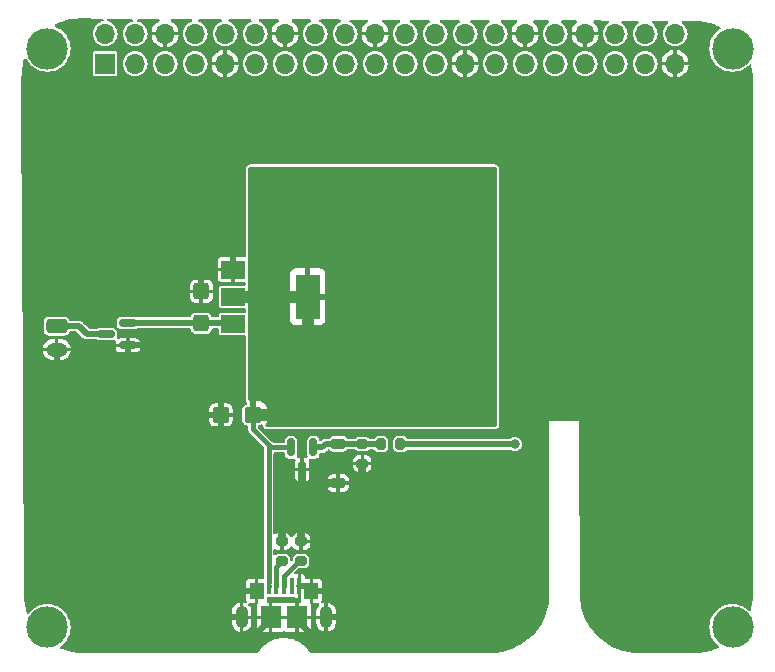
<source format=gtl>
G04 #@! TF.GenerationSoftware,KiCad,Pcbnew,7.0.9*
G04 #@! TF.CreationDate,2023-11-15T19:01:28+02:00*
G04 #@! TF.ProjectId,Power,506f7765-722e-46b6-9963-61645f706362,rev?*
G04 #@! TF.SameCoordinates,Original*
G04 #@! TF.FileFunction,Copper,L1,Top*
G04 #@! TF.FilePolarity,Positive*
%FSLAX46Y46*%
G04 Gerber Fmt 4.6, Leading zero omitted, Abs format (unit mm)*
G04 Created by KiCad (PCBNEW 7.0.9) date 2023-11-15 19:01:28*
%MOMM*%
%LPD*%
G01*
G04 APERTURE LIST*
G04 Aperture macros list*
%AMRoundRect*
0 Rectangle with rounded corners*
0 $1 Rounding radius*
0 $2 $3 $4 $5 $6 $7 $8 $9 X,Y pos of 4 corners*
0 Add a 4 corners polygon primitive as box body*
4,1,4,$2,$3,$4,$5,$6,$7,$8,$9,$2,$3,0*
0 Add four circle primitives for the rounded corners*
1,1,$1+$1,$2,$3*
1,1,$1+$1,$4,$5*
1,1,$1+$1,$6,$7*
1,1,$1+$1,$8,$9*
0 Add four rect primitives between the rounded corners*
20,1,$1+$1,$2,$3,$4,$5,0*
20,1,$1+$1,$4,$5,$6,$7,0*
20,1,$1+$1,$6,$7,$8,$9,0*
20,1,$1+$1,$8,$9,$2,$3,0*%
G04 Aperture macros list end*
G04 #@! TA.AperFunction,SMDPad,CuDef*
%ADD10RoundRect,0.150000X0.587500X0.150000X-0.587500X0.150000X-0.587500X-0.150000X0.587500X-0.150000X0*%
G04 #@! TD*
G04 #@! TA.AperFunction,SMDPad,CuDef*
%ADD11RoundRect,0.200000X-0.275000X0.200000X-0.275000X-0.200000X0.275000X-0.200000X0.275000X0.200000X0*%
G04 #@! TD*
G04 #@! TA.AperFunction,ComponentPad*
%ADD12RoundRect,0.300000X-0.600000X0.300000X-0.600000X-0.300000X0.600000X-0.300000X0.600000X0.300000X0*%
G04 #@! TD*
G04 #@! TA.AperFunction,ComponentPad*
%ADD13O,1.800000X1.200000*%
G04 #@! TD*
G04 #@! TA.AperFunction,WasherPad*
%ADD14C,3.500000*%
G04 #@! TD*
G04 #@! TA.AperFunction,SMDPad,CuDef*
%ADD15RoundRect,0.225000X-0.375000X0.225000X-0.375000X-0.225000X0.375000X-0.225000X0.375000X0.225000X0*%
G04 #@! TD*
G04 #@! TA.AperFunction,SMDPad,CuDef*
%ADD16R,2.000000X1.500000*%
G04 #@! TD*
G04 #@! TA.AperFunction,SMDPad,CuDef*
%ADD17R,2.000000X3.800000*%
G04 #@! TD*
G04 #@! TA.AperFunction,SMDPad,CuDef*
%ADD18R,0.400000X1.400000*%
G04 #@! TD*
G04 #@! TA.AperFunction,ComponentPad*
%ADD19O,1.050000X1.900000*%
G04 #@! TD*
G04 #@! TA.AperFunction,SMDPad,CuDef*
%ADD20R,1.150000X1.450000*%
G04 #@! TD*
G04 #@! TA.AperFunction,SMDPad,CuDef*
%ADD21R,1.750000X1.900000*%
G04 #@! TD*
G04 #@! TA.AperFunction,SMDPad,CuDef*
%ADD22RoundRect,0.150000X-0.150000X0.587500X-0.150000X-0.587500X0.150000X-0.587500X0.150000X0.587500X0*%
G04 #@! TD*
G04 #@! TA.AperFunction,SMDPad,CuDef*
%ADD23RoundRect,0.250000X0.450000X0.425000X-0.450000X0.425000X-0.450000X-0.425000X0.450000X-0.425000X0*%
G04 #@! TD*
G04 #@! TA.AperFunction,SMDPad,CuDef*
%ADD24RoundRect,0.250000X0.425000X-0.450000X0.425000X0.450000X-0.425000X0.450000X-0.425000X-0.450000X0*%
G04 #@! TD*
G04 #@! TA.AperFunction,SMDPad,CuDef*
%ADD25RoundRect,0.200000X0.200000X0.275000X-0.200000X0.275000X-0.200000X-0.275000X0.200000X-0.275000X0*%
G04 #@! TD*
G04 #@! TA.AperFunction,ComponentPad*
%ADD26R,1.700000X1.700000*%
G04 #@! TD*
G04 #@! TA.AperFunction,ComponentPad*
%ADD27O,1.700000X1.700000*%
G04 #@! TD*
G04 #@! TA.AperFunction,ViaPad*
%ADD28C,0.800000*%
G04 #@! TD*
G04 #@! TA.AperFunction,Conductor*
%ADD29C,0.500000*%
G04 #@! TD*
G04 #@! TA.AperFunction,Conductor*
%ADD30C,0.700000*%
G04 #@! TD*
G04 #@! TA.AperFunction,Conductor*
%ADD31C,0.250000*%
G04 #@! TD*
G04 #@! TA.AperFunction,Conductor*
%ADD32C,0.400000*%
G04 #@! TD*
G04 #@! TA.AperFunction,Conductor*
%ADD33C,1.000000*%
G04 #@! TD*
G04 APERTURE END LIST*
D10*
X128785000Y-93950000D03*
X128785000Y-92050000D03*
X126910000Y-93000000D03*
D11*
X141830000Y-110555000D03*
X141830000Y-112205000D03*
D12*
X122760000Y-92320000D03*
D13*
X122760000Y-94320000D03*
D11*
X148635000Y-102310000D03*
X148635000Y-103960000D03*
D14*
X121980000Y-68820000D03*
D15*
X146595000Y-102297500D03*
X146595000Y-105597500D03*
D11*
X143460000Y-110545000D03*
X143460000Y-112195000D03*
D16*
X137700000Y-87540000D03*
X137700000Y-89840000D03*
D17*
X144000000Y-89840000D03*
D16*
X137700000Y-92140000D03*
D18*
X140700000Y-114330000D03*
X141350000Y-114330000D03*
X142000000Y-114330000D03*
X142650000Y-114330000D03*
X143300000Y-114330000D03*
D19*
X138425000Y-116980000D03*
D20*
X139680000Y-114750000D03*
D21*
X140875000Y-116980000D03*
X143125000Y-116980000D03*
D20*
X144320000Y-114750000D03*
D19*
X145575000Y-116980000D03*
D14*
X121980000Y-117820000D03*
X179980000Y-117820000D03*
D22*
X144495000Y-102595000D03*
X142595000Y-102595000D03*
X143545000Y-104470000D03*
D23*
X139350000Y-99840000D03*
X136650000Y-99840000D03*
D24*
X135000000Y-92080000D03*
X135000000Y-89380000D03*
D25*
X151870000Y-102305000D03*
X150220000Y-102305000D03*
D14*
X179980000Y-68820000D03*
D26*
X126855000Y-70095000D03*
D27*
X126855000Y-67555000D03*
X129395000Y-70095000D03*
X129395000Y-67555000D03*
X131935000Y-70095000D03*
X131935000Y-67555000D03*
X134475000Y-70095000D03*
X134475000Y-67555000D03*
X137015000Y-70095000D03*
X137015000Y-67555000D03*
X139555000Y-70095000D03*
X139555000Y-67555000D03*
X142095000Y-70095000D03*
X142095000Y-67555000D03*
X144635000Y-70095000D03*
X144635000Y-67555000D03*
X147175000Y-70095000D03*
X147175000Y-67555000D03*
X149715000Y-70095000D03*
X149715000Y-67555000D03*
X152255000Y-70095000D03*
X152255000Y-67555000D03*
X154795000Y-70095000D03*
X154795000Y-67555000D03*
X157335000Y-70095000D03*
X157335000Y-67555000D03*
X159875000Y-70095000D03*
X159875000Y-67555000D03*
X162415000Y-70095000D03*
X162415000Y-67555000D03*
X164955000Y-70095000D03*
X164955000Y-67555000D03*
X167495000Y-70095000D03*
X167495000Y-67555000D03*
X170035000Y-70095000D03*
X170035000Y-67555000D03*
X172575000Y-70095000D03*
X172575000Y-67555000D03*
X175115000Y-70095000D03*
X175115000Y-67555000D03*
D28*
X180035000Y-98270000D03*
X147035000Y-76270000D03*
X125035000Y-70770000D03*
X136270000Y-114760000D03*
X141535000Y-76270000D03*
X130535000Y-114770000D03*
X174535000Y-92770000D03*
X136035000Y-109270000D03*
X169035000Y-81770000D03*
X134890000Y-99840000D03*
X180035000Y-103770000D03*
X163535000Y-92770000D03*
X128800000Y-95400000D03*
X130535000Y-81770000D03*
X130535000Y-98270000D03*
X163535000Y-76270000D03*
X174535000Y-98270000D03*
X147520000Y-116960000D03*
X125035000Y-98270000D03*
X135000000Y-87800000D03*
X158035000Y-76270000D03*
X136260000Y-116970000D03*
X174535000Y-81770000D03*
X158035000Y-103770000D03*
X180035000Y-81770000D03*
X152535000Y-114770000D03*
X144795000Y-106035000D03*
X130535000Y-109270000D03*
X141830000Y-108980000D03*
X180035000Y-92770000D03*
X147035000Y-103770000D03*
X158035000Y-109270000D03*
X125035000Y-109270000D03*
X130535000Y-76270000D03*
X143545000Y-106025000D03*
X180035000Y-87270000D03*
X136035000Y-76270000D03*
X147510000Y-119160000D03*
X180035000Y-109270000D03*
X169035000Y-114770000D03*
X136240000Y-119240000D03*
X143460000Y-108950000D03*
X180035000Y-114770000D03*
X174535000Y-103770000D03*
X137700000Y-85380000D03*
X163535000Y-87270000D03*
X148620000Y-106380000D03*
X163535000Y-81770000D03*
X169035000Y-98270000D03*
X125035000Y-81770000D03*
X122770000Y-97420000D03*
X136035000Y-103770000D03*
X147530000Y-114750000D03*
X169035000Y-103770000D03*
X169035000Y-109270000D03*
X136650000Y-101530000D03*
X174535000Y-109270000D03*
X136620000Y-98100000D03*
X169035000Y-87270000D03*
X169035000Y-92770000D03*
X174535000Y-87270000D03*
X136035000Y-81770000D03*
X130535000Y-103770000D03*
X152535000Y-109270000D03*
X152535000Y-76270000D03*
X147035000Y-109270000D03*
X125035000Y-76270000D03*
X125035000Y-87270000D03*
X163535000Y-98270000D03*
X174535000Y-76270000D03*
X125035000Y-114770000D03*
X180035000Y-76270000D03*
X141535000Y-103770000D03*
X130535000Y-87270000D03*
X152535000Y-103770000D03*
X174535000Y-114770000D03*
X169035000Y-76270000D03*
X125035000Y-103770000D03*
X158035000Y-114770000D03*
X148000000Y-90840000D03*
X140000000Y-94840000D03*
X154000000Y-92840000D03*
X154000000Y-84840000D03*
X158000000Y-88840000D03*
X142000000Y-80840000D03*
X158000000Y-96840000D03*
X146000000Y-88840000D03*
X156000000Y-86840000D03*
X154000000Y-96840000D03*
X154000000Y-88840000D03*
X150000000Y-92840000D03*
X152000000Y-94840000D03*
X150000000Y-84840000D03*
X146000000Y-84840000D03*
X146000000Y-80840000D03*
X146000000Y-96840000D03*
X142000000Y-84840000D03*
X152000000Y-86840000D03*
X140000000Y-82840000D03*
X140000000Y-96840000D03*
X150000000Y-96840000D03*
X152000000Y-82840000D03*
X148000000Y-94840000D03*
X152000000Y-98840000D03*
X150000000Y-80840000D03*
X156000000Y-94840000D03*
X144000000Y-82840000D03*
X150000000Y-88840000D03*
X154000000Y-80840000D03*
X152000000Y-90840000D03*
X144000000Y-98840000D03*
X156000000Y-98840000D03*
X148000000Y-98840000D03*
X146000000Y-92840000D03*
X158000000Y-80840000D03*
X148000000Y-86840000D03*
X156000000Y-90840000D03*
X158000000Y-84840000D03*
X158000000Y-92840000D03*
X148000000Y-82840000D03*
X156000000Y-82840000D03*
X161540000Y-102320000D03*
D29*
X136250000Y-119250000D02*
X136240000Y-119240000D01*
D30*
X148635000Y-103960000D02*
X148635000Y-106365000D01*
D29*
X136280000Y-114750000D02*
X136270000Y-114760000D01*
X147500000Y-116980000D02*
X147520000Y-116960000D01*
X136650000Y-99840000D02*
X134890000Y-99840000D01*
X138425000Y-116980000D02*
X136270000Y-116980000D01*
X143900000Y-114330000D02*
X144320000Y-114750000D01*
X128785000Y-93950000D02*
X130510000Y-93950000D01*
X143125000Y-116980000D02*
X143125000Y-117195000D01*
X143300000Y-114330000D02*
X143900000Y-114330000D01*
X136650000Y-98130000D02*
X136620000Y-98100000D01*
D30*
X141830000Y-110555000D02*
X141830000Y-108980000D01*
D29*
X144320000Y-114750000D02*
X147530000Y-114750000D01*
D30*
X143460000Y-110545000D02*
X143460000Y-108950000D01*
D29*
X147460000Y-119210000D02*
X147510000Y-119160000D01*
X143125000Y-117195000D02*
X145140000Y-119210000D01*
X140875000Y-117145000D02*
X138770000Y-119250000D01*
X122760000Y-97410000D02*
X122770000Y-97420000D01*
X122760000Y-94320000D02*
X122760000Y-97410000D01*
X136650000Y-99840000D02*
X136650000Y-98130000D01*
X136270000Y-116980000D02*
X136260000Y-116970000D01*
X140875000Y-116980000D02*
X140875000Y-117145000D01*
D30*
X145275000Y-106035000D02*
X144795000Y-106035000D01*
D29*
X135000000Y-89380000D02*
X135000000Y-87800000D01*
X128785000Y-93950000D02*
X128785000Y-95385000D01*
X128785000Y-95385000D02*
X128800000Y-95400000D01*
X145575000Y-116980000D02*
X147500000Y-116980000D01*
D31*
X141830000Y-108980000D02*
X141840000Y-108970000D01*
D30*
X146595000Y-105597500D02*
X145712500Y-105597500D01*
X145712500Y-105597500D02*
X145275000Y-106035000D01*
D29*
X136650000Y-99840000D02*
X136650000Y-101530000D01*
X137700000Y-87540000D02*
X137700000Y-85380000D01*
D30*
X143545000Y-104470000D02*
X143545000Y-106025000D01*
D29*
X145140000Y-119210000D02*
X147460000Y-119210000D01*
D31*
X148635000Y-106365000D02*
X148620000Y-106380000D01*
D29*
X138770000Y-119250000D02*
X136250000Y-119250000D01*
X139680000Y-114750000D02*
X136280000Y-114750000D01*
D32*
X140695000Y-114325000D02*
X140700000Y-114330000D01*
D33*
X141000000Y-99840000D02*
X144000000Y-96840000D01*
X139350000Y-99840000D02*
X141000000Y-99840000D01*
D32*
X139350000Y-101010000D02*
X140700000Y-102360000D01*
D33*
X137700000Y-89840000D02*
X144000000Y-89840000D01*
D32*
X140700000Y-102360000D02*
X140700000Y-114000000D01*
X139350000Y-99840000D02*
X139350000Y-101010000D01*
D33*
X144000000Y-96840000D02*
X144000000Y-89840000D01*
D32*
X142595000Y-102595000D02*
X140715000Y-102595000D01*
X141350000Y-112685000D02*
X141830000Y-112205000D01*
X141350000Y-114330000D02*
X141350000Y-112685000D01*
X142000000Y-114330000D02*
X142000000Y-113450000D01*
X142000000Y-113450000D02*
X143255000Y-112195000D01*
X143255000Y-112195000D02*
X143460000Y-112195000D01*
D29*
X126900000Y-92990000D02*
X125310000Y-92990000D01*
X124640000Y-92320000D02*
X122760000Y-92320000D01*
X125310000Y-92990000D02*
X124640000Y-92320000D01*
X126910000Y-93000000D02*
X126900000Y-92990000D01*
X128785000Y-92050000D02*
X128805000Y-92030000D01*
X128805000Y-92030000D02*
X137590000Y-92030000D01*
X137590000Y-92030000D02*
X137700000Y-92140000D01*
X151885000Y-102320000D02*
X161540000Y-102320000D01*
X151870000Y-102305000D02*
X151885000Y-102320000D01*
X150220000Y-102305000D02*
X145545000Y-102305000D01*
X145545000Y-102305000D02*
X145255000Y-102595000D01*
X145255000Y-102595000D02*
X144495000Y-102595000D01*
G04 #@! TA.AperFunction,Conductor*
G36*
X126603660Y-66280043D02*
G01*
X126670619Y-66299992D01*
X126716165Y-66352977D01*
X126725835Y-66422174D01*
X126696559Y-66485614D01*
X126639164Y-66522702D01*
X126451046Y-66579767D01*
X126343726Y-66637132D01*
X126268550Y-66677315D01*
X126268548Y-66677316D01*
X126268547Y-66677317D01*
X126108589Y-66808589D01*
X125977317Y-66968547D01*
X125879769Y-67151043D01*
X125819699Y-67349067D01*
X125799417Y-67555000D01*
X125819699Y-67760932D01*
X125820886Y-67764844D01*
X125879768Y-67958954D01*
X125977315Y-68141450D01*
X126011969Y-68183677D01*
X126108589Y-68301410D01*
X126131851Y-68320500D01*
X126268550Y-68432685D01*
X126451046Y-68530232D01*
X126649066Y-68590300D01*
X126649065Y-68590300D01*
X126667529Y-68592118D01*
X126855000Y-68610583D01*
X127060934Y-68590300D01*
X127258954Y-68530232D01*
X127441450Y-68432685D01*
X127601410Y-68301410D01*
X127732685Y-68141450D01*
X127830232Y-67958954D01*
X127890300Y-67760934D01*
X127910583Y-67555000D01*
X127890300Y-67349066D01*
X127830232Y-67151046D01*
X127732685Y-66968550D01*
X127680702Y-66905209D01*
X127601410Y-66808589D01*
X127483677Y-66711969D01*
X127441450Y-66677315D01*
X127258954Y-66579768D01*
X127077483Y-66524720D01*
X127019046Y-66486423D01*
X126990590Y-66422611D01*
X127001150Y-66353544D01*
X127047374Y-66301151D01*
X127113970Y-66282061D01*
X129110985Y-66289955D01*
X129177946Y-66309904D01*
X129223492Y-66362889D01*
X129233162Y-66432086D01*
X129203886Y-66495527D01*
X129146490Y-66532615D01*
X129067125Y-66556690D01*
X128991050Y-66579767D01*
X128991043Y-66579769D01*
X128908124Y-66624091D01*
X128808550Y-66677315D01*
X128808548Y-66677316D01*
X128808547Y-66677317D01*
X128648589Y-66808589D01*
X128517317Y-66968547D01*
X128419769Y-67151043D01*
X128359699Y-67349067D01*
X128339417Y-67555000D01*
X128359699Y-67760932D01*
X128360886Y-67764844D01*
X128419768Y-67958954D01*
X128517315Y-68141450D01*
X128551969Y-68183677D01*
X128648589Y-68301410D01*
X128671851Y-68320500D01*
X128808550Y-68432685D01*
X128991046Y-68530232D01*
X129189066Y-68590300D01*
X129189065Y-68590300D01*
X129207529Y-68592118D01*
X129395000Y-68610583D01*
X129600934Y-68590300D01*
X129798954Y-68530232D01*
X129981450Y-68432685D01*
X130141410Y-68301410D01*
X130272685Y-68141450D01*
X130370232Y-67958954D01*
X130430300Y-67760934D01*
X130450583Y-67555000D01*
X130430300Y-67349066D01*
X130370232Y-67151046D01*
X130272685Y-66968550D01*
X130220702Y-66905209D01*
X130141410Y-66808589D01*
X130023677Y-66711969D01*
X129981450Y-66677315D01*
X129798954Y-66579768D01*
X129651019Y-66534893D01*
X129592582Y-66496596D01*
X129564126Y-66432784D01*
X129574686Y-66363717D01*
X129620910Y-66311324D01*
X129687506Y-66292234D01*
X131344021Y-66298782D01*
X131410982Y-66318731D01*
X131456528Y-66371716D01*
X131466198Y-66440913D01*
X131436922Y-66504354D01*
X131408808Y-66528208D01*
X131239002Y-66633346D01*
X131239000Y-66633348D01*
X131081500Y-66776928D01*
X130953059Y-66947010D01*
X130858066Y-67137783D01*
X130858058Y-67137803D01*
X130799738Y-67342781D01*
X130793972Y-67404999D01*
X130793973Y-67405000D01*
X131457935Y-67405000D01*
X131435000Y-67483111D01*
X131435000Y-67626889D01*
X131457935Y-67705000D01*
X130793973Y-67705000D01*
X130799738Y-67767218D01*
X130858058Y-67972196D01*
X130858066Y-67972216D01*
X130953059Y-68162989D01*
X131081500Y-68333071D01*
X131239000Y-68476651D01*
X131239002Y-68476653D01*
X131420201Y-68588846D01*
X131420207Y-68588849D01*
X131618936Y-68665836D01*
X131785000Y-68696879D01*
X131785000Y-68036170D01*
X131792685Y-68039680D01*
X131899237Y-68055000D01*
X131970763Y-68055000D01*
X132077315Y-68039680D01*
X132085000Y-68036170D01*
X132085000Y-68696879D01*
X132251063Y-68665836D01*
X132449792Y-68588849D01*
X132449798Y-68588846D01*
X132630997Y-68476653D01*
X132630999Y-68476651D01*
X132788499Y-68333071D01*
X132916940Y-68162989D01*
X133011933Y-67972216D01*
X133011941Y-67972196D01*
X133070261Y-67767218D01*
X133076027Y-67705000D01*
X132412065Y-67705000D01*
X132435000Y-67626889D01*
X132435000Y-67483111D01*
X132412065Y-67405000D01*
X133076027Y-67405000D01*
X133076027Y-67404999D01*
X133070261Y-67342781D01*
X133011941Y-67137803D01*
X133011933Y-67137783D01*
X132916940Y-66947010D01*
X132788499Y-66776928D01*
X132630999Y-66633348D01*
X132630997Y-66633346D01*
X132468791Y-66532914D01*
X132422155Y-66480887D01*
X132411051Y-66411905D01*
X132439004Y-66347871D01*
X132497139Y-66309114D01*
X132534557Y-66303488D01*
X134125640Y-66309777D01*
X134192600Y-66329726D01*
X134238146Y-66382711D01*
X134247816Y-66451908D01*
X134218540Y-66515349D01*
X134161145Y-66552436D01*
X134071046Y-66579767D01*
X133963726Y-66637132D01*
X133888550Y-66677315D01*
X133888548Y-66677316D01*
X133888547Y-66677317D01*
X133728589Y-66808589D01*
X133597317Y-66968547D01*
X133499769Y-67151043D01*
X133439699Y-67349067D01*
X133419417Y-67555000D01*
X133439699Y-67760932D01*
X133440886Y-67764844D01*
X133499768Y-67958954D01*
X133597315Y-68141450D01*
X133631969Y-68183677D01*
X133728589Y-68301410D01*
X133751851Y-68320500D01*
X133888550Y-68432685D01*
X134071046Y-68530232D01*
X134269066Y-68590300D01*
X134269065Y-68590300D01*
X134287529Y-68592118D01*
X134475000Y-68610583D01*
X134680934Y-68590300D01*
X134878954Y-68530232D01*
X135061450Y-68432685D01*
X135221410Y-68301410D01*
X135352685Y-68141450D01*
X135450232Y-67958954D01*
X135510300Y-67760934D01*
X135530583Y-67555000D01*
X135510300Y-67349066D01*
X135450232Y-67151046D01*
X135352685Y-66968550D01*
X135300702Y-66905209D01*
X135221410Y-66808589D01*
X135103677Y-66711969D01*
X135061450Y-66677315D01*
X134937856Y-66611252D01*
X134878953Y-66579767D01*
X134798092Y-66555238D01*
X134739654Y-66516941D01*
X134711197Y-66453128D01*
X134721758Y-66384061D01*
X134767983Y-66331668D01*
X134834575Y-66312579D01*
X136632968Y-66319688D01*
X136699927Y-66339637D01*
X136745473Y-66392622D01*
X136755143Y-66461819D01*
X136725867Y-66525260D01*
X136668473Y-66562347D01*
X136611045Y-66579768D01*
X136528124Y-66624091D01*
X136428550Y-66677315D01*
X136428548Y-66677316D01*
X136428547Y-66677317D01*
X136268589Y-66808589D01*
X136137317Y-66968547D01*
X136039769Y-67151043D01*
X135979699Y-67349067D01*
X135959417Y-67555000D01*
X135979699Y-67760932D01*
X135980886Y-67764844D01*
X136039768Y-67958954D01*
X136137315Y-68141450D01*
X136171969Y-68183677D01*
X136268589Y-68301410D01*
X136291851Y-68320500D01*
X136428550Y-68432685D01*
X136611046Y-68530232D01*
X136809066Y-68590300D01*
X136809065Y-68590300D01*
X136827529Y-68592118D01*
X137015000Y-68610583D01*
X137220934Y-68590300D01*
X137418954Y-68530232D01*
X137601450Y-68432685D01*
X137761410Y-68301410D01*
X137892685Y-68141450D01*
X137990232Y-67958954D01*
X138050300Y-67760934D01*
X138070583Y-67555000D01*
X138050300Y-67349066D01*
X137990232Y-67151046D01*
X137892685Y-66968550D01*
X137840702Y-66905209D01*
X137761410Y-66808589D01*
X137643677Y-66711969D01*
X137601450Y-66677315D01*
X137418954Y-66579768D01*
X137413304Y-66578054D01*
X137371627Y-66565411D01*
X137313189Y-66527113D01*
X137284733Y-66463301D01*
X137295294Y-66394234D01*
X137341519Y-66341841D01*
X137408111Y-66322752D01*
X139140296Y-66329599D01*
X139207254Y-66349548D01*
X139252800Y-66402533D01*
X139262470Y-66471730D01*
X139233194Y-66535171D01*
X139175802Y-66572257D01*
X139151048Y-66579766D01*
X139050804Y-66633349D01*
X138968550Y-66677315D01*
X138968548Y-66677316D01*
X138968547Y-66677317D01*
X138808589Y-66808589D01*
X138677317Y-66968547D01*
X138579769Y-67151043D01*
X138519699Y-67349067D01*
X138499417Y-67555000D01*
X138519699Y-67760932D01*
X138520886Y-67764844D01*
X138579768Y-67958954D01*
X138677315Y-68141450D01*
X138711969Y-68183677D01*
X138808589Y-68301410D01*
X138831851Y-68320500D01*
X138968550Y-68432685D01*
X139151046Y-68530232D01*
X139349066Y-68590300D01*
X139349065Y-68590300D01*
X139367529Y-68592118D01*
X139555000Y-68610583D01*
X139760934Y-68590300D01*
X139958954Y-68530232D01*
X140141450Y-68432685D01*
X140301410Y-68301410D01*
X140432685Y-68141450D01*
X140530232Y-67958954D01*
X140590300Y-67760934D01*
X140610583Y-67555000D01*
X140590300Y-67349066D01*
X140530232Y-67151046D01*
X140432685Y-66968550D01*
X140380702Y-66905209D01*
X140301410Y-66808589D01*
X140183677Y-66711969D01*
X140141450Y-66677315D01*
X139958954Y-66579768D01*
X139945160Y-66575583D01*
X139886724Y-66537284D01*
X139858269Y-66473471D01*
X139868831Y-66404405D01*
X139915057Y-66352012D01*
X139981647Y-66332925D01*
X141439571Y-66338688D01*
X141506530Y-66358637D01*
X141552076Y-66411622D01*
X141561746Y-66480819D01*
X141532470Y-66544260D01*
X141504357Y-66568114D01*
X141398999Y-66633349D01*
X141241500Y-66776928D01*
X141113059Y-66947010D01*
X141018066Y-67137783D01*
X141018058Y-67137803D01*
X140959738Y-67342781D01*
X140953972Y-67404999D01*
X140953973Y-67405000D01*
X141617935Y-67405000D01*
X141595000Y-67483111D01*
X141595000Y-67626889D01*
X141617935Y-67705000D01*
X140953973Y-67705000D01*
X140959738Y-67767218D01*
X141018058Y-67972196D01*
X141018066Y-67972216D01*
X141113059Y-68162989D01*
X141241500Y-68333071D01*
X141399000Y-68476651D01*
X141399002Y-68476653D01*
X141580201Y-68588846D01*
X141580207Y-68588849D01*
X141778936Y-68665836D01*
X141945000Y-68696879D01*
X141945000Y-68036170D01*
X141952685Y-68039680D01*
X142059237Y-68055000D01*
X142130763Y-68055000D01*
X142237315Y-68039680D01*
X142245000Y-68036170D01*
X142245000Y-68696879D01*
X142411063Y-68665836D01*
X142609792Y-68588849D01*
X142609798Y-68588846D01*
X142790997Y-68476653D01*
X142790999Y-68476651D01*
X142948499Y-68333071D01*
X143076940Y-68162989D01*
X143171933Y-67972216D01*
X143171941Y-67972196D01*
X143230261Y-67767218D01*
X143236027Y-67705000D01*
X142572065Y-67705000D01*
X142595000Y-67626889D01*
X142595000Y-67483111D01*
X142572065Y-67405000D01*
X143236027Y-67405000D01*
X143236027Y-67404999D01*
X143230261Y-67342781D01*
X143171941Y-67137803D01*
X143171933Y-67137783D01*
X143076940Y-66947010D01*
X142948499Y-66776928D01*
X142790999Y-66633348D01*
X142790997Y-66633346D01*
X142694072Y-66573333D01*
X142647436Y-66521305D01*
X142636332Y-66452323D01*
X142664285Y-66388289D01*
X142722420Y-66349533D01*
X142759834Y-66343907D01*
X144167357Y-66349471D01*
X144234317Y-66369420D01*
X144279863Y-66422405D01*
X144289533Y-66491602D01*
X144260257Y-66555043D01*
X144225320Y-66582828D01*
X144148124Y-66624091D01*
X144048550Y-66677315D01*
X144048548Y-66677316D01*
X144048547Y-66677317D01*
X143888589Y-66808589D01*
X143757317Y-66968547D01*
X143659769Y-67151043D01*
X143599699Y-67349067D01*
X143579417Y-67555000D01*
X143599699Y-67760932D01*
X143600886Y-67764844D01*
X143659768Y-67958954D01*
X143757315Y-68141450D01*
X143791969Y-68183677D01*
X143888589Y-68301410D01*
X143911851Y-68320500D01*
X144048550Y-68432685D01*
X144231046Y-68530232D01*
X144429066Y-68590300D01*
X144429065Y-68590300D01*
X144447529Y-68592118D01*
X144635000Y-68610583D01*
X144840934Y-68590300D01*
X145038954Y-68530232D01*
X145221450Y-68432685D01*
X145381410Y-68301410D01*
X145512685Y-68141450D01*
X145610232Y-67958954D01*
X145670300Y-67760934D01*
X145690583Y-67555000D01*
X145670300Y-67349066D01*
X145610232Y-67151046D01*
X145512685Y-66968550D01*
X145460702Y-66905209D01*
X145381410Y-66808589D01*
X145263677Y-66711969D01*
X145221450Y-66677315D01*
X145097856Y-66611252D01*
X145051654Y-66586556D01*
X145001810Y-66537593D01*
X144986350Y-66469455D01*
X145010182Y-66403776D01*
X145065740Y-66361407D01*
X145110592Y-66353199D01*
X146688713Y-66359438D01*
X146755671Y-66379386D01*
X146801217Y-66432371D01*
X146810887Y-66501568D01*
X146781611Y-66565009D01*
X146746675Y-66592794D01*
X146670804Y-66633349D01*
X146588550Y-66677315D01*
X146588548Y-66677315D01*
X146588545Y-66677318D01*
X146428589Y-66808589D01*
X146297317Y-66968547D01*
X146199769Y-67151043D01*
X146139699Y-67349067D01*
X146119417Y-67555000D01*
X146139699Y-67760932D01*
X146140886Y-67764844D01*
X146199768Y-67958954D01*
X146297315Y-68141450D01*
X146331969Y-68183677D01*
X146428589Y-68301410D01*
X146451851Y-68320500D01*
X146588550Y-68432685D01*
X146771046Y-68530232D01*
X146969066Y-68590300D01*
X146969065Y-68590300D01*
X146987529Y-68592118D01*
X147175000Y-68610583D01*
X147380934Y-68590300D01*
X147578954Y-68530232D01*
X147761450Y-68432685D01*
X147921410Y-68301410D01*
X148052685Y-68141450D01*
X148150232Y-67958954D01*
X148210300Y-67760934D01*
X148230583Y-67555000D01*
X148210300Y-67349066D01*
X148150232Y-67151046D01*
X148052685Y-66968550D01*
X148000702Y-66905209D01*
X147921410Y-66808589D01*
X147803677Y-66711969D01*
X147761450Y-66677315D01*
X147610576Y-66596670D01*
X147560734Y-66547709D01*
X147545274Y-66479572D01*
X147569106Y-66413892D01*
X147624664Y-66371523D01*
X147669521Y-66363315D01*
X149011232Y-66368618D01*
X149078191Y-66388567D01*
X149123737Y-66441552D01*
X149133407Y-66510749D01*
X149104131Y-66574189D01*
X149076018Y-66598043D01*
X149019005Y-66633344D01*
X149019000Y-66633348D01*
X148861500Y-66776928D01*
X148733059Y-66947010D01*
X148638066Y-67137783D01*
X148638058Y-67137803D01*
X148579738Y-67342781D01*
X148573972Y-67404999D01*
X148573973Y-67405000D01*
X149237935Y-67405000D01*
X149215000Y-67483111D01*
X149215000Y-67626889D01*
X149237935Y-67705000D01*
X148573973Y-67705000D01*
X148579738Y-67767218D01*
X148638058Y-67972196D01*
X148638066Y-67972216D01*
X148733059Y-68162989D01*
X148861500Y-68333071D01*
X149019000Y-68476651D01*
X149019002Y-68476653D01*
X149200201Y-68588846D01*
X149200207Y-68588849D01*
X149398936Y-68665836D01*
X149565000Y-68696879D01*
X149565000Y-68036170D01*
X149572685Y-68039680D01*
X149679237Y-68055000D01*
X149750763Y-68055000D01*
X149857315Y-68039680D01*
X149865000Y-68036170D01*
X149865000Y-68696879D01*
X150031063Y-68665836D01*
X150229792Y-68588849D01*
X150229798Y-68588846D01*
X150410997Y-68476653D01*
X150410999Y-68476651D01*
X150568499Y-68333071D01*
X150696940Y-68162989D01*
X150791933Y-67972216D01*
X150791941Y-67972196D01*
X150850261Y-67767218D01*
X150856027Y-67705000D01*
X150192065Y-67705000D01*
X150215000Y-67626889D01*
X150215000Y-67483111D01*
X150192065Y-67405000D01*
X150856027Y-67405000D01*
X150856027Y-67404999D01*
X150850261Y-67342781D01*
X150791941Y-67137803D01*
X150791933Y-67137783D01*
X150696940Y-66947010D01*
X150568499Y-66776928D01*
X150410999Y-66633348D01*
X150410997Y-66633346D01*
X150363032Y-66603648D01*
X150316396Y-66551621D01*
X150305292Y-66482639D01*
X150333245Y-66418605D01*
X150391380Y-66379848D01*
X150428796Y-66374222D01*
X151731419Y-66379371D01*
X151798379Y-66399320D01*
X151843925Y-66452305D01*
X151853595Y-66521502D01*
X151824319Y-66584943D01*
X151789382Y-66612728D01*
X151750804Y-66633349D01*
X151668550Y-66677315D01*
X151668548Y-66677316D01*
X151668547Y-66677317D01*
X151508589Y-66808589D01*
X151377317Y-66968547D01*
X151279769Y-67151043D01*
X151219699Y-67349067D01*
X151199417Y-67555000D01*
X151219699Y-67760932D01*
X151220886Y-67764844D01*
X151279768Y-67958954D01*
X151377315Y-68141450D01*
X151411969Y-68183677D01*
X151508589Y-68301410D01*
X151531851Y-68320500D01*
X151668550Y-68432685D01*
X151851046Y-68530232D01*
X152049066Y-68590300D01*
X152049065Y-68590300D01*
X152067529Y-68592118D01*
X152255000Y-68610583D01*
X152460934Y-68590300D01*
X152658954Y-68530232D01*
X152841450Y-68432685D01*
X153001410Y-68301410D01*
X153132685Y-68141450D01*
X153230232Y-67958954D01*
X153290300Y-67760934D01*
X153310583Y-67555000D01*
X153290300Y-67349066D01*
X153230232Y-67151046D01*
X153132685Y-66968550D01*
X153080702Y-66905209D01*
X153001410Y-66808589D01*
X152883677Y-66711969D01*
X152841450Y-66677315D01*
X152728425Y-66616901D01*
X152678582Y-66567939D01*
X152663122Y-66499801D01*
X152686954Y-66434122D01*
X152742512Y-66391753D01*
X152787367Y-66383545D01*
X153173025Y-66385070D01*
X154252775Y-66389338D01*
X154319733Y-66409286D01*
X154365279Y-66462271D01*
X154374949Y-66531468D01*
X154345673Y-66594908D01*
X154310737Y-66622693D01*
X154208548Y-66677315D01*
X154048589Y-66808589D01*
X153917317Y-66968547D01*
X153819769Y-67151043D01*
X153759699Y-67349067D01*
X153739417Y-67555000D01*
X153759699Y-67760932D01*
X153760886Y-67764844D01*
X153819768Y-67958954D01*
X153917315Y-68141450D01*
X153951969Y-68183677D01*
X154048589Y-68301410D01*
X154071851Y-68320500D01*
X154208550Y-68432685D01*
X154391046Y-68530232D01*
X154589066Y-68590300D01*
X154589065Y-68590300D01*
X154607529Y-68592118D01*
X154795000Y-68610583D01*
X155000934Y-68590300D01*
X155198954Y-68530232D01*
X155381450Y-68432685D01*
X155541410Y-68301410D01*
X155672685Y-68141450D01*
X155770232Y-67958954D01*
X155830300Y-67760934D01*
X155850583Y-67555000D01*
X155830300Y-67349066D01*
X155770232Y-67151046D01*
X155672685Y-66968550D01*
X155620702Y-66905209D01*
X155541410Y-66808589D01*
X155423677Y-66711969D01*
X155381450Y-66677315D01*
X155287350Y-66627017D01*
X155237506Y-66578054D01*
X155222046Y-66509916D01*
X155245878Y-66444237D01*
X155301436Y-66401868D01*
X155346289Y-66393660D01*
X156774128Y-66399304D01*
X156841087Y-66419253D01*
X156886633Y-66472238D01*
X156896303Y-66541435D01*
X156867027Y-66604876D01*
X156832091Y-66632660D01*
X156748548Y-66677315D01*
X156588589Y-66808589D01*
X156457317Y-66968547D01*
X156359769Y-67151043D01*
X156299699Y-67349067D01*
X156279417Y-67555000D01*
X156299699Y-67760932D01*
X156300886Y-67764844D01*
X156359768Y-67958954D01*
X156457315Y-68141450D01*
X156491969Y-68183677D01*
X156588589Y-68301410D01*
X156611851Y-68320500D01*
X156748550Y-68432685D01*
X156931046Y-68530232D01*
X157129066Y-68590300D01*
X157129065Y-68590300D01*
X157147529Y-68592118D01*
X157335000Y-68610583D01*
X157540934Y-68590300D01*
X157738954Y-68530232D01*
X157921450Y-68432685D01*
X158081410Y-68301410D01*
X158212685Y-68141450D01*
X158310232Y-67958954D01*
X158370300Y-67760934D01*
X158390583Y-67555000D01*
X158370300Y-67349066D01*
X158310232Y-67151046D01*
X158212685Y-66968550D01*
X158160702Y-66905209D01*
X158081410Y-66808589D01*
X157963677Y-66711969D01*
X157921450Y-66677315D01*
X157846274Y-66637132D01*
X157796430Y-66588169D01*
X157780970Y-66520031D01*
X157804802Y-66454351D01*
X157860361Y-66411983D01*
X157905212Y-66403775D01*
X159295481Y-66409271D01*
X159362441Y-66429220D01*
X159407987Y-66482205D01*
X159417657Y-66551402D01*
X159388381Y-66614843D01*
X159353443Y-66642628D01*
X159288550Y-66677315D01*
X159288548Y-66677316D01*
X159288547Y-66677317D01*
X159128589Y-66808589D01*
X158997317Y-66968547D01*
X158899769Y-67151043D01*
X158839699Y-67349067D01*
X158819417Y-67555000D01*
X158839699Y-67760932D01*
X158840886Y-67764844D01*
X158899768Y-67958954D01*
X158997315Y-68141450D01*
X159031969Y-68183677D01*
X159128589Y-68301410D01*
X159151851Y-68320500D01*
X159288550Y-68432685D01*
X159471046Y-68530232D01*
X159669066Y-68590300D01*
X159669065Y-68590300D01*
X159687529Y-68592118D01*
X159875000Y-68610583D01*
X160080934Y-68590300D01*
X160278954Y-68530232D01*
X160461450Y-68432685D01*
X160621410Y-68301410D01*
X160752685Y-68141450D01*
X160850232Y-67958954D01*
X160910300Y-67760934D01*
X160930583Y-67555000D01*
X160910300Y-67349066D01*
X160850232Y-67151046D01*
X160752685Y-66968550D01*
X160700702Y-66905209D01*
X160621410Y-66808589D01*
X160503677Y-66711969D01*
X160461450Y-66677315D01*
X160405196Y-66647246D01*
X160355353Y-66598284D01*
X160339893Y-66530146D01*
X160363725Y-66464467D01*
X160419283Y-66422098D01*
X160464134Y-66413891D01*
X161635069Y-66418519D01*
X161702028Y-66438468D01*
X161747574Y-66491453D01*
X161757244Y-66560650D01*
X161727968Y-66624091D01*
X161718116Y-66634155D01*
X161561498Y-66776931D01*
X161433059Y-66947010D01*
X161338066Y-67137783D01*
X161338058Y-67137803D01*
X161279738Y-67342781D01*
X161273972Y-67404999D01*
X161273973Y-67405000D01*
X161937935Y-67405000D01*
X161915000Y-67483111D01*
X161915000Y-67626889D01*
X161937935Y-67705000D01*
X161273973Y-67705000D01*
X161279738Y-67767218D01*
X161338058Y-67972196D01*
X161338066Y-67972216D01*
X161433059Y-68162989D01*
X161561500Y-68333071D01*
X161719000Y-68476651D01*
X161719002Y-68476653D01*
X161900201Y-68588846D01*
X161900207Y-68588849D01*
X162098936Y-68665836D01*
X162265000Y-68696879D01*
X162265000Y-68036170D01*
X162272685Y-68039680D01*
X162379237Y-68055000D01*
X162450763Y-68055000D01*
X162557315Y-68039680D01*
X162565000Y-68036170D01*
X162565000Y-68696879D01*
X162731063Y-68665836D01*
X162929792Y-68588849D01*
X162929798Y-68588846D01*
X163110997Y-68476653D01*
X163110999Y-68476651D01*
X163268499Y-68333071D01*
X163396940Y-68162989D01*
X163491933Y-67972216D01*
X163491941Y-67972196D01*
X163550261Y-67767218D01*
X163556027Y-67705000D01*
X162892065Y-67705000D01*
X162915000Y-67626889D01*
X162915000Y-67483111D01*
X162892065Y-67405000D01*
X163556027Y-67405000D01*
X163556027Y-67404999D01*
X163550261Y-67342781D01*
X163491941Y-67137803D01*
X163491933Y-67137783D01*
X163396940Y-66947010D01*
X163268501Y-66776931D01*
X163118681Y-66640351D01*
X163082400Y-66580639D01*
X163084161Y-66510792D01*
X163123405Y-66452984D01*
X163187672Y-66425570D01*
X163202685Y-66424716D01*
X164338191Y-66429204D01*
X164405149Y-66449153D01*
X164450695Y-66502138D01*
X164460365Y-66571335D01*
X164431089Y-66634776D01*
X164396154Y-66662560D01*
X164368547Y-66677316D01*
X164208589Y-66808589D01*
X164077317Y-66968547D01*
X163979769Y-67151043D01*
X163919699Y-67349067D01*
X163899417Y-67555000D01*
X163919699Y-67760932D01*
X163920886Y-67764844D01*
X163979768Y-67958954D01*
X164077315Y-68141450D01*
X164111969Y-68183677D01*
X164208589Y-68301410D01*
X164231851Y-68320500D01*
X164368550Y-68432685D01*
X164551046Y-68530232D01*
X164749066Y-68590300D01*
X164749065Y-68590300D01*
X164767529Y-68592118D01*
X164955000Y-68610583D01*
X165160934Y-68590300D01*
X165358954Y-68530232D01*
X165541450Y-68432685D01*
X165701410Y-68301410D01*
X165832685Y-68141450D01*
X165930232Y-67958954D01*
X165990300Y-67760934D01*
X166010583Y-67555000D01*
X165990300Y-67349066D01*
X165930232Y-67151046D01*
X165832685Y-66968550D01*
X165780702Y-66905209D01*
X165701410Y-66808589D01*
X165541451Y-66677315D01*
X165523046Y-66667478D01*
X165473202Y-66618516D01*
X165457741Y-66550378D01*
X165481572Y-66484699D01*
X165537130Y-66442330D01*
X165581985Y-66434121D01*
X166693136Y-66438513D01*
X166760095Y-66458462D01*
X166805641Y-66511447D01*
X166815311Y-66580644D01*
X166786035Y-66644085D01*
X166776183Y-66654149D01*
X166641498Y-66776931D01*
X166513059Y-66947010D01*
X166418066Y-67137783D01*
X166418058Y-67137803D01*
X166359738Y-67342781D01*
X166353972Y-67404999D01*
X166353973Y-67405000D01*
X167017935Y-67405000D01*
X166995000Y-67483111D01*
X166995000Y-67626889D01*
X167017935Y-67705000D01*
X166353973Y-67705000D01*
X166359738Y-67767218D01*
X166418058Y-67972196D01*
X166418066Y-67972216D01*
X166513059Y-68162989D01*
X166641500Y-68333071D01*
X166799000Y-68476651D01*
X166799002Y-68476653D01*
X166980201Y-68588846D01*
X166980207Y-68588849D01*
X167178936Y-68665836D01*
X167345000Y-68696879D01*
X167345000Y-68036170D01*
X167352685Y-68039680D01*
X167459237Y-68055000D01*
X167530763Y-68055000D01*
X167637315Y-68039680D01*
X167645000Y-68036170D01*
X167645000Y-68696879D01*
X167811063Y-68665836D01*
X168009792Y-68588849D01*
X168009798Y-68588846D01*
X168190997Y-68476653D01*
X168190999Y-68476651D01*
X168348499Y-68333071D01*
X168476940Y-68162989D01*
X168571933Y-67972216D01*
X168571941Y-67972196D01*
X168630261Y-67767218D01*
X168636027Y-67705000D01*
X167972065Y-67705000D01*
X167995000Y-67626889D01*
X167995000Y-67483111D01*
X167972065Y-67405000D01*
X168636027Y-67405000D01*
X168636027Y-67404999D01*
X168630261Y-67342781D01*
X168571941Y-67137803D01*
X168571933Y-67137783D01*
X168476940Y-66947010D01*
X168348499Y-66776929D01*
X168220805Y-66660520D01*
X168184523Y-66600809D01*
X168186284Y-66530961D01*
X168225527Y-66473154D01*
X168289794Y-66445739D01*
X168304820Y-66444884D01*
X169381756Y-66449141D01*
X169448715Y-66469090D01*
X169494261Y-66522075D01*
X169503931Y-66591272D01*
X169474655Y-66654713D01*
X169450157Y-66676240D01*
X169448555Y-66677309D01*
X169288589Y-66808589D01*
X169157317Y-66968547D01*
X169059769Y-67151043D01*
X168999699Y-67349067D01*
X168979417Y-67555000D01*
X168999699Y-67760932D01*
X169000886Y-67764844D01*
X169059768Y-67958954D01*
X169157315Y-68141450D01*
X169191969Y-68183677D01*
X169288589Y-68301410D01*
X169311851Y-68320500D01*
X169448550Y-68432685D01*
X169631046Y-68530232D01*
X169829066Y-68590300D01*
X169829065Y-68590300D01*
X169847529Y-68592118D01*
X170035000Y-68610583D01*
X170240934Y-68590300D01*
X170438954Y-68530232D01*
X170621450Y-68432685D01*
X170781410Y-68301410D01*
X170912685Y-68141450D01*
X171010232Y-67958954D01*
X171070300Y-67760934D01*
X171090583Y-67555000D01*
X171070300Y-67349066D01*
X171010232Y-67151046D01*
X170912685Y-66968550D01*
X170860702Y-66905209D01*
X170781410Y-66808589D01*
X170617645Y-66674192D01*
X170578310Y-66616446D01*
X170576439Y-66546601D01*
X170612626Y-66486833D01*
X170675382Y-66456117D01*
X170696787Y-66454339D01*
X171908347Y-66459129D01*
X171975305Y-66479077D01*
X172020851Y-66532062D01*
X172030521Y-66601259D01*
X172001245Y-66664700D01*
X171986519Y-66678980D01*
X171828590Y-66808589D01*
X171697317Y-66968547D01*
X171599769Y-67151043D01*
X171539699Y-67349067D01*
X171519417Y-67555000D01*
X171539699Y-67760932D01*
X171540886Y-67764844D01*
X171599768Y-67958954D01*
X171697315Y-68141450D01*
X171731969Y-68183677D01*
X171828589Y-68301410D01*
X171851851Y-68320500D01*
X171988550Y-68432685D01*
X172171046Y-68530232D01*
X172369066Y-68590300D01*
X172369065Y-68590300D01*
X172387529Y-68592118D01*
X172575000Y-68610583D01*
X172780934Y-68590300D01*
X172978954Y-68530232D01*
X173161450Y-68432685D01*
X173321410Y-68301410D01*
X173452685Y-68141450D01*
X173550232Y-67958954D01*
X173610300Y-67760934D01*
X173630583Y-67555000D01*
X173610300Y-67349066D01*
X173550232Y-67151046D01*
X173452685Y-66968550D01*
X173321410Y-66808590D01*
X173291743Y-66784243D01*
X173169938Y-66684280D01*
X173130604Y-66626535D01*
X173128733Y-66556690D01*
X173164920Y-66496922D01*
X173227676Y-66466206D01*
X173249081Y-66464428D01*
X174436169Y-66469121D01*
X174503129Y-66489070D01*
X174548675Y-66542055D01*
X174558345Y-66611252D01*
X174529069Y-66674693D01*
X174514343Y-66688973D01*
X174368590Y-66808589D01*
X174237317Y-66968547D01*
X174139769Y-67151043D01*
X174079699Y-67349067D01*
X174059417Y-67555000D01*
X174079699Y-67760932D01*
X174080886Y-67764844D01*
X174139768Y-67958954D01*
X174237315Y-68141450D01*
X174271969Y-68183677D01*
X174368589Y-68301410D01*
X174391851Y-68320500D01*
X174528550Y-68432685D01*
X174711046Y-68530232D01*
X174909066Y-68590300D01*
X174909065Y-68590300D01*
X174927529Y-68592118D01*
X175115000Y-68610583D01*
X175320934Y-68590300D01*
X175518954Y-68530232D01*
X175701450Y-68432685D01*
X175861410Y-68301410D01*
X175992685Y-68141450D01*
X176090232Y-67958954D01*
X176150300Y-67760934D01*
X176170583Y-67555000D01*
X176150300Y-67349066D01*
X176090232Y-67151046D01*
X175992685Y-66968550D01*
X175940702Y-66905209D01*
X175861410Y-66808589D01*
X175722232Y-66694370D01*
X175682897Y-66636624D01*
X175681026Y-66566779D01*
X175717213Y-66507011D01*
X175779969Y-66476295D01*
X175801374Y-66474517D01*
X176760920Y-66478311D01*
X177192815Y-66498830D01*
X177198169Y-66499318D01*
X177547543Y-66546601D01*
X177623982Y-66556946D01*
X177629293Y-66557901D01*
X178048481Y-66652327D01*
X178053657Y-66653732D01*
X178463051Y-66784243D01*
X178468110Y-66786101D01*
X178687137Y-66877583D01*
X178864604Y-66951706D01*
X178869479Y-66953995D01*
X178896737Y-66968280D01*
X178900292Y-66970143D01*
X178950535Y-67018697D01*
X178966551Y-67086706D01*
X178943257Y-67152578D01*
X178917044Y-67179242D01*
X178699439Y-67342138D01*
X178699421Y-67342154D01*
X178502154Y-67539421D01*
X178502138Y-67539439D01*
X178334945Y-67762784D01*
X178334940Y-67762792D01*
X178201233Y-68007657D01*
X178201231Y-68007661D01*
X178103727Y-68269083D01*
X178044422Y-68541700D01*
X178024518Y-68819998D01*
X178024518Y-68820001D01*
X178044422Y-69098299D01*
X178103727Y-69370916D01*
X178103729Y-69370923D01*
X178147027Y-69487010D01*
X178201231Y-69632338D01*
X178201233Y-69632342D01*
X178334940Y-69877207D01*
X178334945Y-69877215D01*
X178502138Y-70100560D01*
X178502154Y-70100578D01*
X178699421Y-70297845D01*
X178699439Y-70297861D01*
X178922784Y-70465054D01*
X178922792Y-70465059D01*
X179167657Y-70598766D01*
X179167661Y-70598768D01*
X179167663Y-70598769D01*
X179429077Y-70696271D01*
X179565391Y-70725924D01*
X179701700Y-70755577D01*
X179701702Y-70755577D01*
X179701706Y-70755578D01*
X179949014Y-70773265D01*
X179979999Y-70775482D01*
X179980000Y-70775482D01*
X179980001Y-70775482D01*
X180007881Y-70773487D01*
X180258294Y-70755578D01*
X180530923Y-70696271D01*
X180792337Y-70598769D01*
X181037213Y-70465056D01*
X181260568Y-70297855D01*
X181375384Y-70183038D01*
X181436705Y-70149555D01*
X181506397Y-70154539D01*
X181562331Y-70196410D01*
X181584138Y-70243942D01*
X181664941Y-70609271D01*
X181665876Y-70614587D01*
X181721846Y-71040614D01*
X181722316Y-71045991D01*
X181741155Y-71477951D01*
X181743946Y-114999679D01*
X181725063Y-115432768D01*
X181724592Y-115438159D01*
X181668388Y-115865274D01*
X181667449Y-115870604D01*
X181574232Y-116291186D01*
X181572831Y-116296413D01*
X181548468Y-116373700D01*
X181509539Y-116431719D01*
X181445421Y-116459482D01*
X181376473Y-116448173D01*
X181342524Y-116424100D01*
X181260578Y-116342154D01*
X181260560Y-116342138D01*
X181037215Y-116174945D01*
X181037207Y-116174940D01*
X180792342Y-116041233D01*
X180792338Y-116041231D01*
X180642149Y-115985214D01*
X180530923Y-115943729D01*
X180530919Y-115943728D01*
X180530916Y-115943727D01*
X180258299Y-115884422D01*
X179980001Y-115864518D01*
X179979999Y-115864518D01*
X179701700Y-115884422D01*
X179429083Y-115943727D01*
X179429078Y-115943728D01*
X179429077Y-115943729D01*
X179385134Y-115960119D01*
X179167661Y-116041231D01*
X179167657Y-116041233D01*
X178922792Y-116174940D01*
X178922784Y-116174945D01*
X178699439Y-116342138D01*
X178699421Y-116342154D01*
X178502154Y-116539421D01*
X178502138Y-116539439D01*
X178334945Y-116762784D01*
X178334940Y-116762792D01*
X178201233Y-117007657D01*
X178201231Y-117007661D01*
X178103727Y-117269083D01*
X178044422Y-117541700D01*
X178024518Y-117819998D01*
X178024518Y-117820001D01*
X178044422Y-118098299D01*
X178092651Y-118320000D01*
X178103729Y-118370923D01*
X178143387Y-118477250D01*
X178201231Y-118632338D01*
X178201233Y-118632342D01*
X178334940Y-118877207D01*
X178334945Y-118877215D01*
X178502138Y-119100560D01*
X178502154Y-119100578D01*
X178699421Y-119297845D01*
X178699439Y-119297861D01*
X178782214Y-119359825D01*
X178824086Y-119415758D01*
X178829070Y-119485450D01*
X178795585Y-119546773D01*
X178755359Y-119573652D01*
X178456613Y-119697404D01*
X178451532Y-119699252D01*
X178309830Y-119743933D01*
X178040676Y-119828800D01*
X178035449Y-119830201D01*
X177614869Y-119923446D01*
X177609540Y-119924386D01*
X177182429Y-119980618D01*
X177177038Y-119981090D01*
X176743946Y-120000000D01*
X172048961Y-120000000D01*
X171616814Y-119981172D01*
X171611435Y-119980702D01*
X171185219Y-119924711D01*
X171179901Y-119923775D01*
X170760187Y-119830930D01*
X170754971Y-119829535D01*
X170367161Y-119707537D01*
X170344920Y-119700540D01*
X170339846Y-119698698D01*
X169942566Y-119534526D01*
X169937670Y-119532249D01*
X169556169Y-119334145D01*
X169551503Y-119331459D01*
X169188675Y-119100925D01*
X169184248Y-119097833D01*
X168842840Y-118836615D01*
X168838706Y-118833156D01*
X168521323Y-118543247D01*
X168517499Y-118539435D01*
X168232947Y-118229998D01*
X168226520Y-118223008D01*
X168223044Y-118218881D01*
X168219131Y-118213802D01*
X167960695Y-117878353D01*
X167957594Y-117873943D01*
X167953612Y-117867722D01*
X167725849Y-117511880D01*
X167723149Y-117507226D01*
X167523773Y-117126384D01*
X167521487Y-117121514D01*
X167355976Y-116724744D01*
X167354136Y-116719729D01*
X167223764Y-116310080D01*
X167222353Y-116304871D01*
X167193158Y-116174945D01*
X167128106Y-115885451D01*
X167127159Y-115880173D01*
X167069741Y-115454108D01*
X167069257Y-115448760D01*
X167049526Y-115028152D01*
X167005076Y-101692936D01*
X167012209Y-101668339D01*
X167004962Y-101588403D01*
X167004709Y-101583024D01*
X167000515Y-100324685D01*
X167000539Y-100320002D01*
X167000541Y-100320000D01*
X167000539Y-100319997D01*
X167000540Y-100319996D01*
X167000500Y-100319899D01*
X167000383Y-100319618D01*
X167000383Y-100319617D01*
X167000382Y-100319616D01*
X167000193Y-100319538D01*
X167000169Y-100319528D01*
X167000000Y-100319459D01*
X166999998Y-100319459D01*
X166999997Y-100319459D01*
X166977034Y-100319500D01*
X165852946Y-100319500D01*
X165828331Y-100312272D01*
X165748418Y-100319264D01*
X165743012Y-100319500D01*
X165736976Y-100319500D01*
X165731581Y-100319265D01*
X165660233Y-100313036D01*
X165627055Y-100319500D01*
X164504760Y-100319500D01*
X164504554Y-100319459D01*
X164480000Y-100319459D01*
X164479901Y-100319500D01*
X164479617Y-100319616D01*
X164479615Y-100319618D01*
X164479459Y-100319999D01*
X164479476Y-100344616D01*
X164479471Y-100344616D01*
X164479500Y-100344759D01*
X164479500Y-101583003D01*
X164479264Y-101588409D01*
X164473025Y-101659711D01*
X164479500Y-101692944D01*
X164479500Y-115011451D01*
X164461091Y-115433075D01*
X164460619Y-115438466D01*
X164404393Y-115865549D01*
X164403453Y-115870878D01*
X164310213Y-116291455D01*
X164308813Y-116296682D01*
X164179277Y-116707517D01*
X164177426Y-116712602D01*
X164012574Y-117110591D01*
X164010287Y-117115496D01*
X163811376Y-117497601D01*
X163808670Y-117502287D01*
X163577218Y-117865593D01*
X163574114Y-117870026D01*
X163311868Y-118211792D01*
X163308389Y-118215937D01*
X163017363Y-118533537D01*
X163013537Y-118537363D01*
X162695937Y-118828389D01*
X162691792Y-118831868D01*
X162350026Y-119094114D01*
X162345593Y-119097218D01*
X161982287Y-119328670D01*
X161977603Y-119331374D01*
X161922951Y-119359825D01*
X161595496Y-119530287D01*
X161590591Y-119532574D01*
X161192602Y-119697426D01*
X161187517Y-119699277D01*
X160776682Y-119828813D01*
X160771455Y-119830213D01*
X160350878Y-119923453D01*
X160345549Y-119924393D01*
X159918466Y-119980619D01*
X159913075Y-119981091D01*
X159480000Y-120000000D01*
X144344243Y-120000000D01*
X144313406Y-119996104D01*
X144284130Y-119988587D01*
X144257399Y-119981724D01*
X144203354Y-119952012D01*
X144179301Y-119929424D01*
X144162139Y-119909477D01*
X144162138Y-119909476D01*
X144069649Y-119775482D01*
X144035184Y-119725550D01*
X144035182Y-119725548D01*
X144035180Y-119725546D01*
X144035177Y-119725541D01*
X143828148Y-119491852D01*
X143594459Y-119284823D01*
X143594453Y-119284819D01*
X143594451Y-119284817D01*
X143594449Y-119284815D01*
X143337518Y-119107469D01*
X143061085Y-118962385D01*
X143061080Y-118962383D01*
X143061078Y-118962382D01*
X142917587Y-118907963D01*
X142769167Y-118851674D01*
X142674695Y-118828389D01*
X142594117Y-118808528D01*
X142593344Y-118808078D01*
X142592993Y-118808023D01*
X142587856Y-118806985D01*
X142519049Y-118790026D01*
X142466030Y-118776958D01*
X142457925Y-118775973D01*
X142372400Y-118765588D01*
X142372399Y-118765589D01*
X142272627Y-118753474D01*
X142272288Y-118753328D01*
X142269964Y-118753151D01*
X142156105Y-118739326D01*
X142156102Y-118739326D01*
X142051732Y-118739326D01*
X142051127Y-118739297D01*
X142050967Y-118739326D01*
X141949032Y-118739326D01*
X141948926Y-118739294D01*
X141948267Y-118739326D01*
X141843895Y-118739326D01*
X141730035Y-118753151D01*
X141727892Y-118753314D01*
X141727372Y-118753474D01*
X141627709Y-118765575D01*
X141627707Y-118765576D01*
X141533969Y-118776958D01*
X141412143Y-118806985D01*
X141407021Y-118808020D01*
X141405881Y-118808529D01*
X141230832Y-118851674D01*
X141001099Y-118938801D01*
X140938922Y-118962382D01*
X140938919Y-118962383D01*
X140938915Y-118962385D01*
X140938914Y-118962385D01*
X140662481Y-119107469D01*
X140405550Y-119284815D01*
X140405548Y-119284817D01*
X140405542Y-119284822D01*
X140405541Y-119284823D01*
X140171852Y-119491852D01*
X139986534Y-119701035D01*
X139964819Y-119725546D01*
X139837859Y-119909476D01*
X139820697Y-119929424D01*
X139796647Y-119952010D01*
X139742597Y-119981725D01*
X139686594Y-119996104D01*
X139655757Y-120000000D01*
X124976797Y-120000000D01*
X124544994Y-119981202D01*
X124539619Y-119980733D01*
X124113781Y-119924838D01*
X124108467Y-119923904D01*
X123689090Y-119831215D01*
X123683877Y-119829822D01*
X123274124Y-119701035D01*
X123269052Y-119699195D01*
X123119579Y-119637484D01*
X123065125Y-119593706D01*
X123042983Y-119527438D01*
X123060184Y-119459718D01*
X123092583Y-119423606D01*
X123260568Y-119297855D01*
X123457855Y-119100568D01*
X123625056Y-118877213D01*
X123758769Y-118632337D01*
X123856271Y-118370923D01*
X123915578Y-118098294D01*
X123935482Y-117820000D01*
X123915578Y-117541706D01*
X123909813Y-117515206D01*
X123895570Y-117449733D01*
X137600000Y-117449733D01*
X137614536Y-117583394D01*
X137614537Y-117583398D01*
X137671837Y-117753456D01*
X137764351Y-117907214D01*
X137764352Y-117907215D01*
X137887756Y-118037491D01*
X137887755Y-118037491D01*
X138036282Y-118138195D01*
X138036283Y-118138196D01*
X138202984Y-118204614D01*
X138275000Y-118216420D01*
X138275000Y-117553205D01*
X138353918Y-117598769D01*
X138449044Y-117608767D01*
X138540013Y-117579209D01*
X138575000Y-117547706D01*
X138575000Y-118219561D01*
X138732162Y-118175926D01*
X138732168Y-118175923D01*
X138890711Y-118091869D01*
X139027477Y-117975698D01*
X139136074Y-117832841D01*
X139211425Y-117669971D01*
X139249999Y-117494724D01*
X139250000Y-117494721D01*
X139250000Y-117130000D01*
X139700001Y-117130000D01*
X139700001Y-117974785D01*
X139700002Y-117974808D01*
X139702908Y-117999869D01*
X139702909Y-117999873D01*
X139748211Y-118102474D01*
X139748214Y-118102479D01*
X139827520Y-118181785D01*
X139827525Y-118181788D01*
X139930123Y-118227089D01*
X139955206Y-118229999D01*
X140724999Y-118229999D01*
X140725000Y-118229998D01*
X140725000Y-117130000D01*
X141025000Y-117130000D01*
X141025000Y-118229999D01*
X141794786Y-118229999D01*
X141794808Y-118229997D01*
X141819869Y-118227091D01*
X141819873Y-118227090D01*
X141922475Y-118181788D01*
X141929919Y-118176689D01*
X141996349Y-118155040D01*
X142063939Y-118172742D01*
X142070081Y-118176689D01*
X142077524Y-118181788D01*
X142180123Y-118227089D01*
X142205206Y-118229999D01*
X142974999Y-118229999D01*
X142975000Y-118229998D01*
X142975000Y-117130000D01*
X143275000Y-117130000D01*
X143275000Y-118229999D01*
X144044786Y-118229999D01*
X144044808Y-118229997D01*
X144069869Y-118227091D01*
X144069873Y-118227090D01*
X144172474Y-118181788D01*
X144172479Y-118181785D01*
X144251785Y-118102479D01*
X144251788Y-118102474D01*
X144297089Y-117999877D01*
X144297089Y-117999875D01*
X144299999Y-117974794D01*
X144300000Y-117974791D01*
X144300000Y-117130000D01*
X143275000Y-117130000D01*
X142975000Y-117130000D01*
X141025000Y-117130000D01*
X140725000Y-117130000D01*
X139700001Y-117130000D01*
X139250000Y-117130000D01*
X138650000Y-117130000D01*
X138650000Y-116830000D01*
X139250000Y-116830000D01*
X139250000Y-116510274D01*
X139249999Y-116510266D01*
X139235463Y-116376605D01*
X139235462Y-116376601D01*
X139178162Y-116206543D01*
X139085648Y-116052785D01*
X139085647Y-116052784D01*
X139020751Y-115984273D01*
X138988939Y-115922066D01*
X138995809Y-115852535D01*
X139039180Y-115797756D01*
X139105282Y-115775121D01*
X139110775Y-115774999D01*
X139530000Y-115774999D01*
X139530000Y-114900000D01*
X138805001Y-114900000D01*
X138805001Y-115519785D01*
X138805002Y-115519808D01*
X138807908Y-115544869D01*
X138807910Y-115544876D01*
X138832478Y-115600519D01*
X138841548Y-115669797D01*
X138811724Y-115732982D01*
X138752474Y-115770011D01*
X138682610Y-115769130D01*
X138673147Y-115765797D01*
X138647007Y-115755382D01*
X138647008Y-115755382D01*
X138575000Y-115743577D01*
X138575000Y-116406794D01*
X138496082Y-116361231D01*
X138400956Y-116351233D01*
X138309987Y-116380791D01*
X138275000Y-116412293D01*
X138275000Y-115740437D01*
X138274999Y-115740437D01*
X138117837Y-115784073D01*
X138117831Y-115784076D01*
X137959288Y-115868130D01*
X137822522Y-115984301D01*
X137713925Y-116127158D01*
X137638574Y-116290028D01*
X137600000Y-116465275D01*
X137600000Y-116830000D01*
X138200000Y-116830000D01*
X138200000Y-117130000D01*
X137600000Y-117130000D01*
X137600000Y-117449733D01*
X123895570Y-117449733D01*
X123856272Y-117269083D01*
X123856271Y-117269077D01*
X123758769Y-117007663D01*
X123661757Y-116830000D01*
X123625059Y-116762792D01*
X123625054Y-116762784D01*
X123457861Y-116539439D01*
X123457845Y-116539421D01*
X123260578Y-116342154D01*
X123260560Y-116342138D01*
X123037215Y-116174945D01*
X123037207Y-116174940D01*
X122792342Y-116041233D01*
X122792338Y-116041231D01*
X122642149Y-115985214D01*
X122530923Y-115943729D01*
X122530919Y-115943728D01*
X122530916Y-115943727D01*
X122258299Y-115884422D01*
X121980001Y-115864518D01*
X121979999Y-115864518D01*
X121701700Y-115884422D01*
X121429083Y-115943727D01*
X121429078Y-115943728D01*
X121429077Y-115943729D01*
X121385134Y-115960119D01*
X121167661Y-116041231D01*
X121167657Y-116041233D01*
X120922792Y-116174940D01*
X120922784Y-116174945D01*
X120699439Y-116342138D01*
X120699421Y-116342154D01*
X120502154Y-116539421D01*
X120502141Y-116539436D01*
X120451794Y-116606691D01*
X120395860Y-116648561D01*
X120326168Y-116653545D01*
X120264846Y-116620059D01*
X120234409Y-116570110D01*
X120153042Y-116315379D01*
X120151625Y-116310174D01*
X120056978Y-115891195D01*
X120056030Y-115885948D01*
X119998147Y-115460317D01*
X119997656Y-115454956D01*
X119976851Y-115023257D01*
X119974882Y-114600000D01*
X138805000Y-114600000D01*
X139530000Y-114600000D01*
X139530000Y-113725000D01*
X139060214Y-113725000D01*
X139060191Y-113725002D01*
X139035130Y-113727908D01*
X139035126Y-113727909D01*
X138932525Y-113773211D01*
X138932520Y-113773214D01*
X138853214Y-113852520D01*
X138853211Y-113852525D01*
X138807910Y-113955122D01*
X138807910Y-113955124D01*
X138805000Y-113980205D01*
X138805000Y-114600000D01*
X119974882Y-114600000D01*
X119906925Y-99990000D01*
X135650000Y-99990000D01*
X135650000Y-100308053D01*
X135660613Y-100396443D01*
X135716079Y-100537095D01*
X135807435Y-100657564D01*
X135927904Y-100748920D01*
X136068556Y-100804386D01*
X136156946Y-100815000D01*
X136500000Y-100815000D01*
X136500000Y-99990000D01*
X136800000Y-99990000D01*
X136800000Y-100815000D01*
X137143054Y-100815000D01*
X137231443Y-100804386D01*
X137372095Y-100748920D01*
X137492564Y-100657564D01*
X137583920Y-100537095D01*
X137639386Y-100396443D01*
X137650000Y-100308053D01*
X137650000Y-99990000D01*
X136800000Y-99990000D01*
X136500000Y-99990000D01*
X135650000Y-99990000D01*
X119906925Y-99990000D01*
X119905530Y-99690000D01*
X135650000Y-99690000D01*
X136500000Y-99690000D01*
X136500000Y-98865000D01*
X136800000Y-98865000D01*
X136800000Y-99690000D01*
X137650000Y-99690000D01*
X137650000Y-99371946D01*
X137639386Y-99283556D01*
X137583920Y-99142904D01*
X137492564Y-99022435D01*
X137372095Y-98931079D01*
X137231443Y-98875613D01*
X137143054Y-98865000D01*
X136800000Y-98865000D01*
X136500000Y-98865000D01*
X136156946Y-98865000D01*
X136068556Y-98875613D01*
X135927904Y-98931079D01*
X135807435Y-99022435D01*
X135716079Y-99142904D01*
X135660613Y-99283556D01*
X135650000Y-99371946D01*
X135650000Y-99690000D01*
X119905530Y-99690000D01*
X119879854Y-94170000D01*
X121571776Y-94170000D01*
X122387498Y-94170000D01*
X122374835Y-94194852D01*
X122355014Y-94320000D01*
X122374835Y-94445148D01*
X122387498Y-94470000D01*
X121571777Y-94470000D01*
X121599334Y-94599644D01*
X121676286Y-94772481D01*
X121787487Y-94925535D01*
X121928081Y-95052127D01*
X121928084Y-95052129D01*
X122091915Y-95146716D01*
X122091927Y-95146721D01*
X122271845Y-95205180D01*
X122412841Y-95220000D01*
X122610000Y-95220000D01*
X122610000Y-94692502D01*
X122634852Y-94705165D01*
X122728519Y-94720000D01*
X122791481Y-94720000D01*
X122885148Y-94705165D01*
X122910000Y-94692502D01*
X122910000Y-95220000D01*
X123107159Y-95220000D01*
X123248154Y-95205180D01*
X123428072Y-95146721D01*
X123428084Y-95146716D01*
X123591915Y-95052129D01*
X123591918Y-95052127D01*
X123732509Y-94925539D01*
X123732511Y-94925536D01*
X123843717Y-94772477D01*
X123920665Y-94599644D01*
X123948223Y-94470000D01*
X123132502Y-94470000D01*
X123145165Y-94445148D01*
X123164986Y-94320000D01*
X123145165Y-94194852D01*
X123132502Y-94170000D01*
X123948223Y-94170000D01*
X123933343Y-94100000D01*
X127747501Y-94100000D01*
X127747501Y-94154196D01*
X127750351Y-94184606D01*
X127795153Y-94312645D01*
X127875707Y-94421792D01*
X127984854Y-94502346D01*
X128112897Y-94547149D01*
X128143292Y-94549999D01*
X128634999Y-94549999D01*
X128635000Y-94549998D01*
X128635000Y-94100000D01*
X128935000Y-94100000D01*
X128935000Y-94549999D01*
X129426696Y-94549999D01*
X129457106Y-94547148D01*
X129585145Y-94502346D01*
X129694292Y-94421792D01*
X129774846Y-94312645D01*
X129819649Y-94184604D01*
X129819649Y-94184600D01*
X129822500Y-94154206D01*
X129822500Y-94100000D01*
X128935000Y-94100000D01*
X128635000Y-94100000D01*
X127747501Y-94100000D01*
X123933343Y-94100000D01*
X123920665Y-94040355D01*
X123843713Y-93867518D01*
X123732512Y-93714464D01*
X123591918Y-93587872D01*
X123591915Y-93587870D01*
X123428084Y-93493283D01*
X123428072Y-93493278D01*
X123248154Y-93434819D01*
X123107159Y-93420000D01*
X122910000Y-93420000D01*
X122910000Y-93947497D01*
X122885148Y-93934835D01*
X122791481Y-93920000D01*
X122728519Y-93920000D01*
X122634852Y-93934835D01*
X122610000Y-93947497D01*
X122610000Y-93420000D01*
X122412841Y-93420000D01*
X122271845Y-93434819D01*
X122091927Y-93493278D01*
X122091915Y-93493283D01*
X121928084Y-93587870D01*
X121928081Y-93587872D01*
X121787490Y-93714460D01*
X121787488Y-93714463D01*
X121676282Y-93867522D01*
X121599334Y-94040355D01*
X121571776Y-94170000D01*
X119879854Y-94170000D01*
X119872867Y-92667870D01*
X121659500Y-92667870D01*
X121659501Y-92667876D01*
X121665908Y-92727483D01*
X121716202Y-92862328D01*
X121716206Y-92862335D01*
X121802452Y-92977544D01*
X121802455Y-92977547D01*
X121917664Y-93063793D01*
X121917671Y-93063797D01*
X122052517Y-93114091D01*
X122052516Y-93114091D01*
X122059444Y-93114835D01*
X122112127Y-93120500D01*
X123407872Y-93120499D01*
X123467483Y-93114091D01*
X123602331Y-93063796D01*
X123717546Y-92977546D01*
X123803796Y-92862331D01*
X123807960Y-92851165D01*
X123849829Y-92795234D01*
X123915293Y-92770816D01*
X123924141Y-92770500D01*
X124402034Y-92770500D01*
X124469073Y-92790185D01*
X124489715Y-92806819D01*
X124971090Y-93288193D01*
X124975726Y-93293380D01*
X125000121Y-93323970D01*
X125000121Y-93323971D01*
X125049271Y-93357480D01*
X125097118Y-93392793D01*
X125104654Y-93396776D01*
X125112319Y-93400467D01*
X125112327Y-93400472D01*
X125169177Y-93418007D01*
X125225297Y-93437645D01*
X125225299Y-93437645D01*
X125225301Y-93437646D01*
X125225302Y-93437646D01*
X125233679Y-93439230D01*
X125242096Y-93440499D01*
X125242098Y-93440500D01*
X125301574Y-93440500D01*
X125361009Y-93442724D01*
X125361009Y-93442723D01*
X125361010Y-93442724D01*
X125361010Y-93442723D01*
X125370244Y-93441684D01*
X125370337Y-93442513D01*
X125385636Y-93440500D01*
X126089992Y-93440500D01*
X126144451Y-93453098D01*
X126221107Y-93490573D01*
X126239673Y-93493278D01*
X126289239Y-93500500D01*
X126289240Y-93500500D01*
X127530761Y-93500500D01*
X127547793Y-93498018D01*
X127598893Y-93490573D01*
X127605300Y-93487440D01*
X127674171Y-93475680D01*
X127738469Y-93503021D01*
X127777778Y-93560784D01*
X127779618Y-93630629D01*
X127776804Y-93639793D01*
X127750351Y-93715392D01*
X127750350Y-93715399D01*
X127747500Y-93745793D01*
X127747500Y-93800000D01*
X128635000Y-93800000D01*
X128635000Y-93350000D01*
X128935000Y-93350000D01*
X128935000Y-93800000D01*
X129822499Y-93800000D01*
X129822499Y-93745803D01*
X129819648Y-93715393D01*
X129774846Y-93587354D01*
X129694292Y-93478207D01*
X129585145Y-93397653D01*
X129457102Y-93352850D01*
X129426707Y-93350000D01*
X128935000Y-93350000D01*
X128635000Y-93350000D01*
X128143303Y-93350000D01*
X128112892Y-93352852D01*
X128112891Y-93352852D01*
X128000895Y-93392040D01*
X127931116Y-93395601D01*
X127870489Y-93360871D01*
X127838263Y-93298878D01*
X127837238Y-93257119D01*
X127838072Y-93251394D01*
X127838073Y-93251393D01*
X127848000Y-93183260D01*
X127848000Y-92816740D01*
X127838073Y-92748607D01*
X127786698Y-92643517D01*
X127786696Y-92643515D01*
X127786696Y-92643514D01*
X127703985Y-92560803D01*
X127598891Y-92509426D01*
X127530761Y-92499500D01*
X127530760Y-92499500D01*
X126289240Y-92499500D01*
X126289239Y-92499500D01*
X126221108Y-92509426D01*
X126185363Y-92526901D01*
X126130903Y-92539500D01*
X125547966Y-92539500D01*
X125480927Y-92519815D01*
X125460285Y-92503181D01*
X125190363Y-92233260D01*
X127847000Y-92233260D01*
X127856926Y-92301391D01*
X127908303Y-92406485D01*
X127991014Y-92489196D01*
X127991015Y-92489196D01*
X127991017Y-92489198D01*
X128096107Y-92540573D01*
X128130173Y-92545536D01*
X128164239Y-92550500D01*
X128164240Y-92550500D01*
X129405761Y-92550500D01*
X129428471Y-92547191D01*
X129473893Y-92540573D01*
X129571003Y-92493098D01*
X129625463Y-92480500D01*
X134001853Y-92480500D01*
X134068892Y-92500185D01*
X134114647Y-92552989D01*
X134125311Y-92592921D01*
X134127353Y-92614699D01*
X134127353Y-92614701D01*
X134172206Y-92742880D01*
X134172207Y-92742882D01*
X134252850Y-92852150D01*
X134362118Y-92932793D01*
X134404845Y-92947744D01*
X134490299Y-92977646D01*
X134520730Y-92980500D01*
X134520734Y-92980500D01*
X135479270Y-92980500D01*
X135509699Y-92977646D01*
X135509701Y-92977646D01*
X135573790Y-92955219D01*
X135637882Y-92932793D01*
X135747150Y-92852150D01*
X135827793Y-92742882D01*
X135854041Y-92667870D01*
X135872646Y-92614701D01*
X135872646Y-92614699D01*
X135874689Y-92592921D01*
X135900547Y-92528013D01*
X135957393Y-92487388D01*
X135998147Y-92480500D01*
X136375500Y-92480500D01*
X136442539Y-92500185D01*
X136488294Y-92552989D01*
X136499500Y-92604500D01*
X136499500Y-92909752D01*
X136511131Y-92968229D01*
X136511132Y-92968230D01*
X136555447Y-93034552D01*
X136621769Y-93078867D01*
X136621770Y-93078868D01*
X136680247Y-93090499D01*
X136680250Y-93090500D01*
X138670500Y-93090500D01*
X138737539Y-93110185D01*
X138783294Y-93162989D01*
X138794500Y-93214500D01*
X138794500Y-98541007D01*
X138799197Y-98584686D01*
X138810402Y-98636193D01*
X138812889Y-98646370D01*
X138812890Y-98646373D01*
X138855900Y-98727085D01*
X138864211Y-98736676D01*
X138893237Y-98800229D01*
X138894500Y-98817881D01*
X138894500Y-98851657D01*
X138874815Y-98918696D01*
X138822011Y-98964451D01*
X138811456Y-98968698D01*
X138687117Y-99012207D01*
X138577850Y-99092850D01*
X138497207Y-99202117D01*
X138497206Y-99202119D01*
X138452353Y-99330298D01*
X138452353Y-99330300D01*
X138449500Y-99360730D01*
X138449500Y-99360734D01*
X138449500Y-100319266D01*
X138449569Y-100319999D01*
X138452353Y-100349699D01*
X138452353Y-100349701D01*
X138485526Y-100444500D01*
X138497207Y-100477882D01*
X138577850Y-100587150D01*
X138687118Y-100667793D01*
X138718063Y-100678621D01*
X138815295Y-100712645D01*
X138815299Y-100712645D01*
X138815301Y-100712646D01*
X138837078Y-100714688D01*
X138901984Y-100740544D01*
X138942610Y-100797388D01*
X138949500Y-100838146D01*
X138949500Y-101073429D01*
X138949501Y-101073439D01*
X138956346Y-101094507D01*
X138960887Y-101113418D01*
X138964354Y-101135304D01*
X138964355Y-101135307D01*
X138974412Y-101155045D01*
X138981857Y-101173018D01*
X138988704Y-101194090D01*
X139001726Y-101212014D01*
X139011890Y-101228600D01*
X139021950Y-101248342D01*
X139042864Y-101269256D01*
X139042893Y-101269287D01*
X140263181Y-102489573D01*
X140296666Y-102550896D01*
X140299500Y-102577254D01*
X140299500Y-113601000D01*
X140279815Y-113668039D01*
X140227011Y-113713794D01*
X140175500Y-113725000D01*
X139830000Y-113725000D01*
X139830000Y-115724373D01*
X139810315Y-115791412D01*
X139793681Y-115812054D01*
X139741681Y-115864054D01*
X139727443Y-115871828D01*
X139718052Y-115925828D01*
X139702911Y-115960119D01*
X139702910Y-115960124D01*
X139700000Y-115985205D01*
X139700000Y-116830000D01*
X140725000Y-116830000D01*
X140725000Y-115730000D01*
X141025000Y-115730000D01*
X141025000Y-116830000D01*
X142975000Y-116830000D01*
X143275000Y-116830000D01*
X144299999Y-116830000D01*
X144299999Y-115985214D01*
X144299997Y-115985191D01*
X144297091Y-115960130D01*
X144281945Y-115925827D01*
X144275273Y-115874870D01*
X144264797Y-115870086D01*
X144258319Y-115864054D01*
X144206319Y-115812054D01*
X144172834Y-115750731D01*
X144170000Y-115724373D01*
X144170000Y-114900000D01*
X144470000Y-114900000D01*
X144470000Y-115774999D01*
X144882525Y-115774999D01*
X144949564Y-115794684D01*
X144995319Y-115847488D01*
X145005263Y-115916646D01*
X144976238Y-115980202D01*
X144972549Y-115984273D01*
X144972522Y-115984300D01*
X144863925Y-116127158D01*
X144788574Y-116290028D01*
X144750000Y-116465275D01*
X144750000Y-116830000D01*
X145350000Y-116830000D01*
X145350000Y-117130000D01*
X144750000Y-117130000D01*
X144750000Y-117449733D01*
X144764536Y-117583394D01*
X144764537Y-117583398D01*
X144821837Y-117753456D01*
X144914351Y-117907214D01*
X144914352Y-117907215D01*
X145037756Y-118037491D01*
X145037755Y-118037491D01*
X145186282Y-118138195D01*
X145186283Y-118138196D01*
X145352984Y-118204614D01*
X145425000Y-118216420D01*
X145425000Y-117553205D01*
X145503918Y-117598769D01*
X145599044Y-117608767D01*
X145690013Y-117579209D01*
X145725000Y-117547706D01*
X145725000Y-118219561D01*
X145882162Y-118175926D01*
X145882168Y-118175923D01*
X146040711Y-118091869D01*
X146177477Y-117975698D01*
X146286074Y-117832841D01*
X146361425Y-117669971D01*
X146399999Y-117494724D01*
X146400000Y-117494721D01*
X146400000Y-117130000D01*
X145800000Y-117130000D01*
X145800000Y-116830000D01*
X146400000Y-116830000D01*
X146400000Y-116510274D01*
X146399999Y-116510266D01*
X146385463Y-116376605D01*
X146385462Y-116376601D01*
X146328162Y-116206543D01*
X146235648Y-116052785D01*
X146235647Y-116052784D01*
X146112243Y-115922508D01*
X146112244Y-115922508D01*
X145963717Y-115821804D01*
X145963716Y-115821803D01*
X145797012Y-115755383D01*
X145797008Y-115755382D01*
X145725000Y-115743577D01*
X145725000Y-116406794D01*
X145646082Y-116361231D01*
X145550956Y-116351233D01*
X145459987Y-116380791D01*
X145425000Y-116412293D01*
X145425000Y-115740437D01*
X145424999Y-115740437D01*
X145313557Y-115771379D01*
X145243695Y-115770347D01*
X145185482Y-115731708D01*
X145157399Y-115667731D01*
X145166950Y-115601813D01*
X145192088Y-115544879D01*
X145192089Y-115544875D01*
X145194999Y-115519794D01*
X145195000Y-115519791D01*
X145195000Y-114900000D01*
X144470000Y-114900000D01*
X144170000Y-114900000D01*
X144170000Y-113725000D01*
X144470000Y-113725000D01*
X144470000Y-114600000D01*
X145194999Y-114600000D01*
X145194999Y-113980214D01*
X145194997Y-113980191D01*
X145192091Y-113955130D01*
X145192090Y-113955126D01*
X145146788Y-113852525D01*
X145146785Y-113852520D01*
X145067479Y-113773214D01*
X145067474Y-113773211D01*
X144964876Y-113727910D01*
X144939794Y-113725000D01*
X144470000Y-113725000D01*
X144170000Y-113725000D01*
X143923999Y-113725000D01*
X143856960Y-113705315D01*
X143811205Y-113652511D01*
X143799999Y-113601000D01*
X143799999Y-113585214D01*
X143799997Y-113585191D01*
X143797091Y-113560130D01*
X143797090Y-113560126D01*
X143751788Y-113457525D01*
X143751785Y-113457520D01*
X143672479Y-113378214D01*
X143672474Y-113378211D01*
X143569876Y-113332910D01*
X143544794Y-113330000D01*
X143450000Y-113330000D01*
X143450000Y-115313637D01*
X143445000Y-115330664D01*
X143445000Y-115519785D01*
X143445002Y-115519808D01*
X143447908Y-115544869D01*
X143447909Y-115544873D01*
X143452785Y-115555915D01*
X143461856Y-115625194D01*
X143432031Y-115688378D01*
X143372781Y-115725408D01*
X143339350Y-115730000D01*
X143275000Y-115730000D01*
X143275000Y-116830000D01*
X142975000Y-116830000D01*
X142975000Y-115730000D01*
X142205214Y-115730000D01*
X142205191Y-115730002D01*
X142180130Y-115732908D01*
X142180126Y-115732909D01*
X142077519Y-115778213D01*
X142070077Y-115783312D01*
X142003646Y-115804959D01*
X141936056Y-115787254D01*
X141929923Y-115783312D01*
X141922480Y-115778213D01*
X141819876Y-115732910D01*
X141794794Y-115730000D01*
X141025000Y-115730000D01*
X140725000Y-115730000D01*
X140660651Y-115730000D01*
X140593612Y-115710315D01*
X140547857Y-115657511D01*
X140537913Y-115588353D01*
X140547216Y-115555916D01*
X140552088Y-115544880D01*
X140552089Y-115544875D01*
X140554999Y-115519794D01*
X140555000Y-115519791D01*
X140555000Y-115354500D01*
X140574685Y-115287461D01*
X140627489Y-115241706D01*
X140679000Y-115230500D01*
X140919750Y-115230500D01*
X140919751Y-115230499D01*
X140934485Y-115227568D01*
X140990210Y-115216485D01*
X140990464Y-115217762D01*
X141047009Y-115211680D01*
X141070899Y-115218694D01*
X141130247Y-115230499D01*
X141130250Y-115230500D01*
X141130252Y-115230500D01*
X141569750Y-115230500D01*
X141569751Y-115230499D01*
X141584485Y-115227568D01*
X141640210Y-115216485D01*
X141640464Y-115217762D01*
X141697009Y-115211680D01*
X141720899Y-115218694D01*
X141780247Y-115230499D01*
X141780250Y-115230500D01*
X141780252Y-115230500D01*
X142219750Y-115230500D01*
X142219751Y-115230499D01*
X142234485Y-115227568D01*
X142290210Y-115216485D01*
X142290464Y-115217762D01*
X142347009Y-115211680D01*
X142370899Y-115218694D01*
X142430247Y-115230499D01*
X142430250Y-115230500D01*
X142824873Y-115230500D01*
X142891912Y-115250185D01*
X142912554Y-115266819D01*
X142927520Y-115281785D01*
X142927525Y-115281788D01*
X143030123Y-115327089D01*
X143055206Y-115329999D01*
X143150000Y-115329998D01*
X143150000Y-113329999D01*
X143055215Y-113330000D01*
X143055191Y-113330002D01*
X143030130Y-113332908D01*
X143030126Y-113332909D01*
X143016226Y-113339047D01*
X142946947Y-113348116D01*
X142883763Y-113318291D01*
X142846734Y-113259040D01*
X142847617Y-113189176D01*
X142878461Y-113137931D01*
X143184574Y-112831817D01*
X143245897Y-112798333D01*
X143272255Y-112795499D01*
X143766517Y-112795499D01*
X143766518Y-112795499D01*
X143860304Y-112780646D01*
X143973342Y-112723050D01*
X144063050Y-112633342D01*
X144120646Y-112520304D01*
X144120646Y-112520302D01*
X144120647Y-112520301D01*
X144135499Y-112426524D01*
X144135500Y-112426519D01*
X144135499Y-111963482D01*
X144120646Y-111869696D01*
X144063050Y-111756658D01*
X144063046Y-111756654D01*
X144063045Y-111756652D01*
X143973347Y-111666954D01*
X143973344Y-111666952D01*
X143973342Y-111666950D01*
X143879930Y-111619354D01*
X143860301Y-111609352D01*
X143766524Y-111594500D01*
X143153482Y-111594500D01*
X143072519Y-111607323D01*
X143059696Y-111609354D01*
X142946658Y-111666950D01*
X142946657Y-111666951D01*
X142946652Y-111666954D01*
X142856954Y-111756652D01*
X142856951Y-111756657D01*
X142856950Y-111756658D01*
X142851855Y-111766658D01*
X142799352Y-111869698D01*
X142784500Y-111963475D01*
X142784500Y-112047744D01*
X142764815Y-112114783D01*
X142748181Y-112135425D01*
X142717180Y-112166426D01*
X142655857Y-112199911D01*
X142586165Y-112194927D01*
X142530232Y-112153055D01*
X142505815Y-112087591D01*
X142505499Y-112078745D01*
X142505499Y-111973482D01*
X142503914Y-111963475D01*
X142490646Y-111879696D01*
X142433050Y-111766658D01*
X142433046Y-111766654D01*
X142433045Y-111766652D01*
X142343347Y-111676954D01*
X142343344Y-111676952D01*
X142343342Y-111676950D01*
X142266517Y-111637805D01*
X142230301Y-111619352D01*
X142136524Y-111604500D01*
X141523482Y-111604500D01*
X141442519Y-111617323D01*
X141429696Y-111619354D01*
X141316658Y-111676950D01*
X141316657Y-111676951D01*
X141316652Y-111676954D01*
X141312181Y-111681426D01*
X141250858Y-111714911D01*
X141181166Y-111709927D01*
X141125233Y-111668055D01*
X141100816Y-111602591D01*
X141100500Y-111593745D01*
X141100500Y-111287064D01*
X141120185Y-111220025D01*
X141172989Y-111174270D01*
X141242147Y-111164326D01*
X141298813Y-111187799D01*
X141312909Y-111198352D01*
X141312913Y-111198354D01*
X141447620Y-111248596D01*
X141447627Y-111248598D01*
X141507155Y-111254999D01*
X141507172Y-111255000D01*
X141680000Y-111255000D01*
X141980000Y-111255000D01*
X142152828Y-111255000D01*
X142152844Y-111254999D01*
X142212372Y-111248598D01*
X142212379Y-111248596D01*
X142347086Y-111198354D01*
X142347093Y-111198350D01*
X142462186Y-111112190D01*
X142549476Y-110995588D01*
X142605410Y-110953717D01*
X142675102Y-110948733D01*
X142736425Y-110982218D01*
X142748010Y-110995588D01*
X142827813Y-111102190D01*
X142942906Y-111188350D01*
X142942913Y-111188354D01*
X143077620Y-111238596D01*
X143077627Y-111238598D01*
X143137155Y-111244999D01*
X143137172Y-111245000D01*
X143310000Y-111245000D01*
X143310000Y-110695000D01*
X143610000Y-110695000D01*
X143610000Y-111245000D01*
X143782828Y-111245000D01*
X143782844Y-111244999D01*
X143842372Y-111238598D01*
X143842379Y-111238596D01*
X143977086Y-111188354D01*
X143977093Y-111188350D01*
X144092187Y-111102190D01*
X144092190Y-111102187D01*
X144178350Y-110987093D01*
X144178354Y-110987086D01*
X144228596Y-110852379D01*
X144228598Y-110852372D01*
X144234999Y-110792844D01*
X144235000Y-110792827D01*
X144235000Y-110695000D01*
X143610000Y-110695000D01*
X143310000Y-110695000D01*
X143310000Y-109845000D01*
X143610000Y-109845000D01*
X143610000Y-110395000D01*
X144235000Y-110395000D01*
X144235000Y-110297172D01*
X144234999Y-110297155D01*
X144228598Y-110237627D01*
X144228596Y-110237620D01*
X144178354Y-110102913D01*
X144178350Y-110102906D01*
X144092190Y-109987812D01*
X144092187Y-109987809D01*
X143977093Y-109901649D01*
X143977086Y-109901645D01*
X143842379Y-109851403D01*
X143842372Y-109851401D01*
X143782844Y-109845000D01*
X143610000Y-109845000D01*
X143310000Y-109845000D01*
X143137155Y-109845000D01*
X143077627Y-109851401D01*
X143077620Y-109851403D01*
X142942913Y-109901645D01*
X142942906Y-109901649D01*
X142827812Y-109987809D01*
X142740522Y-110104412D01*
X142684588Y-110146282D01*
X142614896Y-110151266D01*
X142553573Y-110117780D01*
X142541989Y-110104411D01*
X142462186Y-109997809D01*
X142347093Y-109911649D01*
X142347086Y-109911645D01*
X142212379Y-109861403D01*
X142212372Y-109861401D01*
X142152844Y-109855000D01*
X141980000Y-109855000D01*
X141980000Y-111255000D01*
X141680000Y-111255000D01*
X141680000Y-109855000D01*
X141507155Y-109855000D01*
X141447627Y-109861401D01*
X141447620Y-109861403D01*
X141312913Y-109911645D01*
X141312906Y-109911649D01*
X141298810Y-109922202D01*
X141233346Y-109946619D01*
X141165073Y-109931767D01*
X141115668Y-109882361D01*
X141100500Y-109822935D01*
X141100500Y-105747500D01*
X145695000Y-105747500D01*
X145695000Y-105863602D01*
X145705131Y-105947967D01*
X145705131Y-105947968D01*
X145758077Y-106082229D01*
X145845278Y-106197221D01*
X145960270Y-106284422D01*
X146094532Y-106337368D01*
X146178898Y-106347500D01*
X146445000Y-106347500D01*
X146445000Y-105747500D01*
X146745000Y-105747500D01*
X146745000Y-106347500D01*
X147011102Y-106347500D01*
X147095467Y-106337368D01*
X147095468Y-106337368D01*
X147229729Y-106284422D01*
X147344721Y-106197221D01*
X147431922Y-106082229D01*
X147484868Y-105947968D01*
X147484868Y-105947967D01*
X147495000Y-105863602D01*
X147495000Y-105747500D01*
X146745000Y-105747500D01*
X146445000Y-105747500D01*
X145695000Y-105747500D01*
X141100500Y-105747500D01*
X141100500Y-104620000D01*
X142945001Y-104620000D01*
X142945001Y-105111696D01*
X142947851Y-105142106D01*
X142992653Y-105270145D01*
X143073207Y-105379292D01*
X143182354Y-105459846D01*
X143310397Y-105504649D01*
X143340779Y-105507498D01*
X143340807Y-105507499D01*
X143394999Y-105507498D01*
X143395000Y-105507498D01*
X143395000Y-104620000D01*
X143695000Y-104620000D01*
X143695000Y-105507499D01*
X143749196Y-105507499D01*
X143779606Y-105504648D01*
X143907645Y-105459846D01*
X143924373Y-105447500D01*
X145695000Y-105447500D01*
X146445000Y-105447500D01*
X146445000Y-104847500D01*
X146745000Y-104847500D01*
X146745000Y-105447500D01*
X147495000Y-105447500D01*
X147495000Y-105331397D01*
X147484868Y-105247032D01*
X147484868Y-105247031D01*
X147431922Y-105112770D01*
X147344721Y-104997778D01*
X147229729Y-104910577D01*
X147095467Y-104857631D01*
X147011102Y-104847500D01*
X146745000Y-104847500D01*
X146445000Y-104847500D01*
X146178898Y-104847500D01*
X146094532Y-104857631D01*
X146094531Y-104857631D01*
X145960270Y-104910577D01*
X145845278Y-104997778D01*
X145758077Y-105112770D01*
X145705131Y-105247031D01*
X145705131Y-105247032D01*
X145695000Y-105331397D01*
X145695000Y-105447500D01*
X143924373Y-105447500D01*
X144016792Y-105379292D01*
X144097346Y-105270145D01*
X144142149Y-105142104D01*
X144142149Y-105142100D01*
X144145000Y-105111706D01*
X144145000Y-104620000D01*
X143695000Y-104620000D01*
X143395000Y-104620000D01*
X142945001Y-104620000D01*
X141100500Y-104620000D01*
X141100500Y-103119500D01*
X141120185Y-103052461D01*
X141172989Y-103006706D01*
X141224500Y-102995500D01*
X141970500Y-102995500D01*
X142037539Y-103015185D01*
X142083294Y-103067989D01*
X142094500Y-103119500D01*
X142094500Y-103215760D01*
X142104426Y-103283891D01*
X142155803Y-103388985D01*
X142238514Y-103471696D01*
X142238515Y-103471696D01*
X142238517Y-103471698D01*
X142343607Y-103523073D01*
X142377673Y-103528036D01*
X142411739Y-103533000D01*
X142411740Y-103533000D01*
X142778259Y-103533000D01*
X142778260Y-103533000D01*
X142846393Y-103523073D01*
X142846394Y-103523072D01*
X142852119Y-103522238D01*
X142921296Y-103532050D01*
X142974186Y-103577705D01*
X142993998Y-103644708D01*
X142987040Y-103685896D01*
X142947850Y-103797895D01*
X142947850Y-103797899D01*
X142945000Y-103828293D01*
X142945000Y-104320000D01*
X143395000Y-104320000D01*
X143695000Y-104320000D01*
X144144999Y-104320000D01*
X144144999Y-104110000D01*
X147860000Y-104110000D01*
X147860000Y-104207844D01*
X147866401Y-104267372D01*
X147866403Y-104267379D01*
X147916645Y-104402086D01*
X147916649Y-104402093D01*
X148002809Y-104517187D01*
X148002812Y-104517190D01*
X148117906Y-104603350D01*
X148117913Y-104603354D01*
X148252620Y-104653596D01*
X148252627Y-104653598D01*
X148312155Y-104659999D01*
X148312172Y-104660000D01*
X148485000Y-104660000D01*
X148485000Y-104110000D01*
X148785000Y-104110000D01*
X148785000Y-104660000D01*
X148957828Y-104660000D01*
X148957844Y-104659999D01*
X149017372Y-104653598D01*
X149017379Y-104653596D01*
X149152086Y-104603354D01*
X149152093Y-104603350D01*
X149267187Y-104517190D01*
X149267190Y-104517187D01*
X149353350Y-104402093D01*
X149353354Y-104402086D01*
X149403596Y-104267379D01*
X149403598Y-104267372D01*
X149409999Y-104207844D01*
X149410000Y-104207827D01*
X149410000Y-104110000D01*
X148785000Y-104110000D01*
X148485000Y-104110000D01*
X147860000Y-104110000D01*
X144144999Y-104110000D01*
X144144999Y-103828303D01*
X144143283Y-103810000D01*
X147860000Y-103810000D01*
X148485000Y-103810000D01*
X148485000Y-103260000D01*
X148785000Y-103260000D01*
X148785000Y-103810000D01*
X149410000Y-103810000D01*
X149410000Y-103712172D01*
X149409999Y-103712155D01*
X149403598Y-103652627D01*
X149403596Y-103652620D01*
X149353354Y-103517913D01*
X149353350Y-103517906D01*
X149267190Y-103402812D01*
X149267187Y-103402809D01*
X149152093Y-103316649D01*
X149152086Y-103316645D01*
X149017379Y-103266403D01*
X149017372Y-103266401D01*
X148957844Y-103260000D01*
X148785000Y-103260000D01*
X148485000Y-103260000D01*
X148312155Y-103260000D01*
X148252627Y-103266401D01*
X148252620Y-103266403D01*
X148117913Y-103316645D01*
X148117906Y-103316649D01*
X148002812Y-103402809D01*
X148002809Y-103402812D01*
X147916649Y-103517906D01*
X147916645Y-103517913D01*
X147866403Y-103652620D01*
X147866401Y-103652627D01*
X147860000Y-103712155D01*
X147860000Y-103810000D01*
X144143283Y-103810000D01*
X144142148Y-103797893D01*
X144102959Y-103685896D01*
X144099398Y-103616117D01*
X144134127Y-103555490D01*
X144196121Y-103523263D01*
X144237880Y-103522238D01*
X144243605Y-103523072D01*
X144243607Y-103523073D01*
X144311740Y-103533000D01*
X144311741Y-103533000D01*
X144678261Y-103533000D01*
X144700971Y-103529691D01*
X144746393Y-103523073D01*
X144851483Y-103471698D01*
X144934198Y-103388983D01*
X144985573Y-103283893D01*
X144995500Y-103215760D01*
X144995500Y-103169500D01*
X145015185Y-103102461D01*
X145067989Y-103056706D01*
X145119500Y-103045500D01*
X145226217Y-103045500D01*
X145233155Y-103045889D01*
X145265050Y-103049483D01*
X145272034Y-103050270D01*
X145272034Y-103050269D01*
X145272035Y-103050270D01*
X145330479Y-103039211D01*
X145389287Y-103030348D01*
X145389290Y-103030346D01*
X145397447Y-103027830D01*
X145405469Y-103025023D01*
X145405472Y-103025023D01*
X145458072Y-102997222D01*
X145511642Y-102971425D01*
X145511642Y-102971424D01*
X145511644Y-102971424D01*
X145518695Y-102966616D01*
X145525538Y-102961566D01*
X145567598Y-102919505D01*
X145579949Y-102908045D01*
X145611194Y-102879055D01*
X145611196Y-102879050D01*
X145616987Y-102871790D01*
X145617643Y-102872313D01*
X145627029Y-102860073D01*
X145695286Y-102791816D01*
X145756608Y-102758334D01*
X145782965Y-102755500D01*
X145799889Y-102755500D01*
X145866928Y-102775185D01*
X145887570Y-102791819D01*
X145966774Y-102871023D01*
X145966778Y-102871026D01*
X145966780Y-102871028D01*
X146086874Y-102932219D01*
X146086876Y-102932219D01*
X146086878Y-102932220D01*
X146186507Y-102948000D01*
X146186512Y-102948000D01*
X147003493Y-102948000D01*
X147103121Y-102932220D01*
X147103121Y-102932219D01*
X147103126Y-102932219D01*
X147223220Y-102871028D01*
X147256202Y-102838046D01*
X147302430Y-102791819D01*
X147363753Y-102758334D01*
X147390111Y-102755500D01*
X147987746Y-102755500D01*
X148054785Y-102775185D01*
X148075428Y-102791820D01*
X148121653Y-102838046D01*
X148121655Y-102838047D01*
X148121658Y-102838050D01*
X148234694Y-102895645D01*
X148234698Y-102895647D01*
X148328475Y-102910499D01*
X148328481Y-102910500D01*
X148941518Y-102910499D01*
X149035304Y-102895646D01*
X149148342Y-102838050D01*
X149194572Y-102791820D01*
X149255895Y-102758334D01*
X149282254Y-102755500D01*
X149583943Y-102755500D01*
X149650982Y-102775185D01*
X149684206Y-102811906D01*
X149686214Y-102810448D01*
X149691950Y-102818343D01*
X149781652Y-102908045D01*
X149781654Y-102908046D01*
X149781658Y-102908050D01*
X149886689Y-102961566D01*
X149894698Y-102965647D01*
X149988475Y-102980499D01*
X149988481Y-102980500D01*
X150451518Y-102980499D01*
X150545304Y-102965646D01*
X150658342Y-102908050D01*
X150748050Y-102818342D01*
X150805646Y-102705304D01*
X150805646Y-102705302D01*
X150805647Y-102705301D01*
X150820499Y-102611524D01*
X150820500Y-102611519D01*
X150820500Y-102611517D01*
X151269500Y-102611517D01*
X151271294Y-102622841D01*
X151284354Y-102705304D01*
X151341950Y-102818342D01*
X151341952Y-102818344D01*
X151341954Y-102818347D01*
X151431652Y-102908045D01*
X151431654Y-102908046D01*
X151431658Y-102908050D01*
X151536689Y-102961566D01*
X151544698Y-102965647D01*
X151638475Y-102980499D01*
X151638481Y-102980500D01*
X152101518Y-102980499D01*
X152195304Y-102965646D01*
X152308342Y-102908050D01*
X152356327Y-102860065D01*
X152404951Y-102811442D01*
X152406654Y-102813145D01*
X152451006Y-102778948D01*
X152495991Y-102770500D01*
X161098581Y-102770500D01*
X161165620Y-102790185D01*
X161174067Y-102796124D01*
X161237157Y-102844535D01*
X161237158Y-102844535D01*
X161237159Y-102844536D01*
X161383238Y-102905044D01*
X161424681Y-102910500D01*
X161539999Y-102925682D01*
X161540000Y-102925682D01*
X161540001Y-102925682D01*
X161592254Y-102918802D01*
X161696762Y-102905044D01*
X161842841Y-102844536D01*
X161968282Y-102748282D01*
X162064536Y-102622841D01*
X162125044Y-102476762D01*
X162145682Y-102320000D01*
X162125044Y-102163238D01*
X162064536Y-102017159D01*
X161968282Y-101891718D01*
X161842841Y-101795464D01*
X161833645Y-101791655D01*
X161696762Y-101734956D01*
X161696760Y-101734955D01*
X161540001Y-101714318D01*
X161539999Y-101714318D01*
X161383239Y-101734955D01*
X161383237Y-101734956D01*
X161237157Y-101795464D01*
X161174067Y-101843876D01*
X161108898Y-101869070D01*
X161098581Y-101869500D01*
X152513700Y-101869500D01*
X152446661Y-101849815D01*
X152403215Y-101801795D01*
X152399989Y-101795464D01*
X152398050Y-101791658D01*
X152398049Y-101791657D01*
X152398048Y-101791655D01*
X152308347Y-101701954D01*
X152308344Y-101701952D01*
X152308342Y-101701950D01*
X152220123Y-101657000D01*
X152195301Y-101644352D01*
X152101524Y-101629500D01*
X151638482Y-101629500D01*
X151557519Y-101642323D01*
X151544696Y-101644354D01*
X151431658Y-101701950D01*
X151431657Y-101701951D01*
X151431652Y-101701954D01*
X151341954Y-101791652D01*
X151341951Y-101791657D01*
X151341950Y-101791658D01*
X151336785Y-101801795D01*
X151284352Y-101904698D01*
X151269500Y-101998475D01*
X151269500Y-102611517D01*
X150820500Y-102611517D01*
X150820499Y-101998482D01*
X150805646Y-101904696D01*
X150748050Y-101791658D01*
X150748046Y-101791654D01*
X150748045Y-101791652D01*
X150658347Y-101701954D01*
X150658344Y-101701952D01*
X150658342Y-101701950D01*
X150570123Y-101657000D01*
X150545301Y-101644352D01*
X150451524Y-101629500D01*
X149988482Y-101629500D01*
X149907519Y-101642323D01*
X149894696Y-101644354D01*
X149781658Y-101701950D01*
X149781657Y-101701951D01*
X149781652Y-101701954D01*
X149691950Y-101791657D01*
X149686214Y-101799552D01*
X149683940Y-101797899D01*
X149646454Y-101837591D01*
X149583943Y-101854500D01*
X149272254Y-101854500D01*
X149205215Y-101834815D01*
X149184572Y-101818180D01*
X149148346Y-101781953D01*
X149148344Y-101781952D01*
X149148342Y-101781950D01*
X149056110Y-101734955D01*
X149035301Y-101724352D01*
X148941524Y-101709500D01*
X148328482Y-101709500D01*
X148247519Y-101722323D01*
X148234696Y-101724354D01*
X148121658Y-101781950D01*
X148121657Y-101781951D01*
X148121653Y-101781953D01*
X148085428Y-101818180D01*
X148024106Y-101851666D01*
X147997746Y-101854500D01*
X147405111Y-101854500D01*
X147338072Y-101834815D01*
X147317430Y-101818181D01*
X147223225Y-101723976D01*
X147223221Y-101723973D01*
X147223220Y-101723972D01*
X147103126Y-101662781D01*
X147103124Y-101662780D01*
X147103121Y-101662779D01*
X147003493Y-101647000D01*
X147003488Y-101647000D01*
X146186512Y-101647000D01*
X146186507Y-101647000D01*
X146086878Y-101662779D01*
X145966778Y-101723973D01*
X145966774Y-101723976D01*
X145872570Y-101818181D01*
X145811247Y-101851666D01*
X145784889Y-101854500D01*
X145573783Y-101854500D01*
X145566844Y-101854110D01*
X145554545Y-101852724D01*
X145527966Y-101849729D01*
X145469508Y-101860789D01*
X145410708Y-101869652D01*
X145402550Y-101872168D01*
X145394529Y-101874975D01*
X145394528Y-101874976D01*
X145394526Y-101874976D01*
X145394523Y-101874978D01*
X145341915Y-101902783D01*
X145288358Y-101928575D01*
X145281310Y-101933379D01*
X145274458Y-101938436D01*
X145232401Y-101980494D01*
X145197531Y-102012849D01*
X145134999Y-102044017D01*
X145065542Y-102036430D01*
X145011213Y-101992496D01*
X144990486Y-101939831D01*
X144985573Y-101906107D01*
X144934198Y-101801017D01*
X144934196Y-101801015D01*
X144934196Y-101801014D01*
X144851485Y-101718303D01*
X144746391Y-101666926D01*
X144678261Y-101657000D01*
X144678260Y-101657000D01*
X144311740Y-101657000D01*
X144311739Y-101657000D01*
X144243608Y-101666926D01*
X144138514Y-101718303D01*
X144055803Y-101801014D01*
X144004426Y-101906108D01*
X143994500Y-101974239D01*
X143994500Y-103215760D01*
X144004426Y-103283891D01*
X144007561Y-103290304D01*
X144019318Y-103359177D01*
X143991974Y-103423474D01*
X143934209Y-103462780D01*
X143864363Y-103464616D01*
X143855205Y-103461804D01*
X143779602Y-103435350D01*
X143749207Y-103432500D01*
X143695000Y-103432500D01*
X143695000Y-104320000D01*
X143395000Y-104320000D01*
X143395000Y-103432500D01*
X143394999Y-103432499D01*
X143340804Y-103432500D01*
X143310392Y-103435352D01*
X143310391Y-103435352D01*
X143234793Y-103461804D01*
X143165014Y-103465365D01*
X143104387Y-103430635D01*
X143072161Y-103368641D01*
X143078567Y-103299066D01*
X143082433Y-103290315D01*
X143085573Y-103283893D01*
X143095500Y-103215760D01*
X143095500Y-101974240D01*
X143085573Y-101906107D01*
X143034198Y-101801017D01*
X143034196Y-101801015D01*
X143034196Y-101801014D01*
X142951485Y-101718303D01*
X142846391Y-101666926D01*
X142778261Y-101657000D01*
X142778260Y-101657000D01*
X142411740Y-101657000D01*
X142411739Y-101657000D01*
X142343608Y-101666926D01*
X142238514Y-101718303D01*
X142155803Y-101801014D01*
X142104426Y-101906108D01*
X142094500Y-101974239D01*
X142094500Y-102070500D01*
X142074815Y-102137539D01*
X142022011Y-102183294D01*
X141970500Y-102194500D01*
X141141152Y-102194500D01*
X141074113Y-102174815D01*
X141030665Y-102126790D01*
X141028051Y-102121660D01*
X141028049Y-102121657D01*
X140489395Y-101583003D01*
X139827075Y-100920682D01*
X139793592Y-100859362D01*
X139798576Y-100789670D01*
X139840448Y-100733737D01*
X139878066Y-100716539D01*
X139877577Y-100715139D01*
X139954204Y-100688324D01*
X140012882Y-100667793D01*
X140027811Y-100656774D01*
X140093438Y-100632802D01*
X140161609Y-100648116D01*
X140210678Y-100697855D01*
X140224184Y-100738895D01*
X140226844Y-100757400D01*
X140232504Y-100796758D01*
X140237596Y-100821373D01*
X140280606Y-100902085D01*
X140326361Y-100954889D01*
X140343952Y-100972843D01*
X140343953Y-100972844D01*
X140343955Y-100972845D01*
X140423765Y-101017488D01*
X140423769Y-101017490D01*
X140490808Y-101037175D01*
X140548706Y-101045500D01*
X140548710Y-101045500D01*
X159875991Y-101045500D01*
X159876000Y-101045500D01*
X159919684Y-101040803D01*
X159945439Y-101035200D01*
X159971193Y-101029598D01*
X159975374Y-101028575D01*
X159981373Y-101027110D01*
X160062085Y-100984100D01*
X160114889Y-100938345D01*
X160132843Y-100920754D01*
X160177490Y-100840937D01*
X160197175Y-100773898D01*
X160205500Y-100716000D01*
X160205500Y-78964000D01*
X160200803Y-78920316D01*
X160196535Y-78900701D01*
X160189598Y-78868807D01*
X160187110Y-78858629D01*
X160187110Y-78858627D01*
X160144100Y-78777915D01*
X160098345Y-78725111D01*
X160080756Y-78707159D01*
X160080750Y-78707154D01*
X160000940Y-78662511D01*
X160000935Y-78662509D01*
X159933903Y-78642826D01*
X159933899Y-78642825D01*
X159933898Y-78642825D01*
X159876000Y-78634500D01*
X139124000Y-78634500D01*
X139123992Y-78634500D01*
X139080313Y-78639197D01*
X139028807Y-78650402D01*
X139018629Y-78652889D01*
X139018624Y-78652891D01*
X138937916Y-78695899D01*
X138937913Y-78695901D01*
X138924921Y-78707159D01*
X138885111Y-78741655D01*
X138867159Y-78759243D01*
X138867154Y-78759249D01*
X138822511Y-78839059D01*
X138822509Y-78839064D01*
X138802826Y-78906096D01*
X138802825Y-78906101D01*
X138802825Y-78906102D01*
X138794502Y-78963992D01*
X138794500Y-78964003D01*
X138794500Y-86366000D01*
X138774815Y-86433039D01*
X138722011Y-86478794D01*
X138670500Y-86490000D01*
X137850000Y-86490000D01*
X137850000Y-88589999D01*
X138670500Y-88589999D01*
X138737539Y-88609684D01*
X138783294Y-88662488D01*
X138794500Y-88713999D01*
X138794500Y-88765500D01*
X138774815Y-88832539D01*
X138722011Y-88878294D01*
X138670500Y-88889500D01*
X136680247Y-88889500D01*
X136621770Y-88901131D01*
X136621769Y-88901132D01*
X136555447Y-88945447D01*
X136511132Y-89011769D01*
X136511131Y-89011770D01*
X136499500Y-89070247D01*
X136499500Y-90609752D01*
X136511131Y-90668229D01*
X136511132Y-90668230D01*
X136555447Y-90734552D01*
X136621769Y-90778867D01*
X136621770Y-90778868D01*
X136680247Y-90790499D01*
X136680250Y-90790500D01*
X138670500Y-90790500D01*
X138737539Y-90810185D01*
X138783294Y-90862989D01*
X138794500Y-90914500D01*
X138794500Y-91065500D01*
X138774815Y-91132539D01*
X138722011Y-91178294D01*
X138670500Y-91189500D01*
X136680247Y-91189500D01*
X136621770Y-91201131D01*
X136621769Y-91201132D01*
X136555447Y-91245447D01*
X136511132Y-91311769D01*
X136511131Y-91311770D01*
X136499500Y-91370247D01*
X136499500Y-91455500D01*
X136479815Y-91522539D01*
X136427011Y-91568294D01*
X136375500Y-91579500D01*
X135972596Y-91579500D01*
X135905557Y-91559815D01*
X135859802Y-91507011D01*
X135855555Y-91496456D01*
X135841223Y-91455500D01*
X135827793Y-91417118D01*
X135747150Y-91307850D01*
X135637882Y-91227207D01*
X135637880Y-91227206D01*
X135509700Y-91182353D01*
X135479270Y-91179500D01*
X135479266Y-91179500D01*
X134520734Y-91179500D01*
X134520730Y-91179500D01*
X134490300Y-91182353D01*
X134490298Y-91182353D01*
X134362119Y-91227206D01*
X134362117Y-91227207D01*
X134252850Y-91307850D01*
X134172207Y-91417117D01*
X134144445Y-91496456D01*
X134103723Y-91553231D01*
X134038770Y-91578978D01*
X134027404Y-91579500D01*
X129543640Y-91579500D01*
X129489180Y-91566900D01*
X129473893Y-91559427D01*
X129473891Y-91559426D01*
X129473890Y-91559426D01*
X129405761Y-91549500D01*
X129405760Y-91549500D01*
X128164240Y-91549500D01*
X128164239Y-91549500D01*
X128096108Y-91559426D01*
X127991014Y-91610803D01*
X127908303Y-91693514D01*
X127856926Y-91798608D01*
X127847000Y-91866739D01*
X127847000Y-92233260D01*
X125190363Y-92233260D01*
X124978908Y-92021805D01*
X124974271Y-92016617D01*
X124949878Y-91986029D01*
X124900728Y-91952519D01*
X124852882Y-91917207D01*
X124845297Y-91913198D01*
X124837677Y-91909529D01*
X124813161Y-91901967D01*
X124780822Y-91891992D01*
X124753947Y-91882588D01*
X124724695Y-91872352D01*
X124716326Y-91870768D01*
X124707904Y-91869500D01*
X124707902Y-91869500D01*
X124648426Y-91869500D01*
X124588990Y-91867275D01*
X124579756Y-91868316D01*
X124579662Y-91867486D01*
X124564364Y-91869500D01*
X123924141Y-91869500D01*
X123857102Y-91849815D01*
X123811347Y-91797011D01*
X123807969Y-91788859D01*
X123803796Y-91777669D01*
X123803793Y-91777665D01*
X123803793Y-91777664D01*
X123717547Y-91662455D01*
X123717544Y-91662452D01*
X123602335Y-91576206D01*
X123602328Y-91576202D01*
X123467482Y-91525908D01*
X123467483Y-91525908D01*
X123407883Y-91519501D01*
X123407881Y-91519500D01*
X123407873Y-91519500D01*
X123407864Y-91519500D01*
X122112129Y-91519500D01*
X122112123Y-91519501D01*
X122052516Y-91525908D01*
X121917671Y-91576202D01*
X121917664Y-91576206D01*
X121802455Y-91662452D01*
X121802452Y-91662455D01*
X121716206Y-91777664D01*
X121716202Y-91777671D01*
X121667023Y-91909529D01*
X121665909Y-91912517D01*
X121659500Y-91972127D01*
X121659500Y-91972134D01*
X121659500Y-91972135D01*
X121659500Y-92667870D01*
X119872867Y-92667870D01*
X119858271Y-89530000D01*
X134025000Y-89530000D01*
X134025000Y-89873053D01*
X134035613Y-89961443D01*
X134091079Y-90102095D01*
X134182435Y-90222564D01*
X134302904Y-90313920D01*
X134443556Y-90369386D01*
X134531946Y-90380000D01*
X134850000Y-90380000D01*
X134850000Y-89530000D01*
X135150000Y-89530000D01*
X135150000Y-90380000D01*
X135468054Y-90380000D01*
X135556443Y-90369386D01*
X135697095Y-90313920D01*
X135817564Y-90222564D01*
X135908920Y-90102095D01*
X135964386Y-89961443D01*
X135975000Y-89873053D01*
X135975000Y-89530000D01*
X135150000Y-89530000D01*
X134850000Y-89530000D01*
X134025000Y-89530000D01*
X119858271Y-89530000D01*
X119856876Y-89230000D01*
X134025000Y-89230000D01*
X134850000Y-89230000D01*
X134850000Y-88380000D01*
X135150000Y-88380000D01*
X135150000Y-89230000D01*
X135975000Y-89230000D01*
X135975000Y-88886946D01*
X135964386Y-88798556D01*
X135908920Y-88657904D01*
X135817564Y-88537435D01*
X135697095Y-88446079D01*
X135556443Y-88390613D01*
X135468054Y-88380000D01*
X135150000Y-88380000D01*
X134850000Y-88380000D01*
X134531946Y-88380000D01*
X134443556Y-88390613D01*
X134302904Y-88446079D01*
X134182435Y-88537435D01*
X134091079Y-88657904D01*
X134035613Y-88798556D01*
X134025000Y-88886946D01*
X134025000Y-89230000D01*
X119856876Y-89230000D01*
X119849712Y-87690000D01*
X136400001Y-87690000D01*
X136400001Y-88334785D01*
X136400002Y-88334808D01*
X136402908Y-88359869D01*
X136402909Y-88359873D01*
X136448211Y-88462474D01*
X136448214Y-88462479D01*
X136527520Y-88541785D01*
X136527525Y-88541788D01*
X136630123Y-88587089D01*
X136655206Y-88589999D01*
X137549999Y-88589999D01*
X137550000Y-88589998D01*
X137550000Y-87690000D01*
X136400001Y-87690000D01*
X119849712Y-87690000D01*
X119848317Y-87390000D01*
X136400000Y-87390000D01*
X137550000Y-87390000D01*
X137550000Y-86490000D01*
X136655214Y-86490000D01*
X136655191Y-86490002D01*
X136630130Y-86492908D01*
X136630126Y-86492909D01*
X136527525Y-86538211D01*
X136527520Y-86538214D01*
X136448214Y-86617520D01*
X136448211Y-86617525D01*
X136402910Y-86720122D01*
X136402910Y-86720124D01*
X136400000Y-86745205D01*
X136400000Y-87390000D01*
X119848317Y-87390000D01*
X119773458Y-71296105D01*
X119782321Y-71070230D01*
X119786460Y-70964752D01*
X125804500Y-70964752D01*
X125816131Y-71023229D01*
X125816132Y-71023230D01*
X125860447Y-71089552D01*
X125926769Y-71133867D01*
X125926770Y-71133868D01*
X125985247Y-71145499D01*
X125985250Y-71145500D01*
X125985252Y-71145500D01*
X127724750Y-71145500D01*
X127724751Y-71145499D01*
X127739568Y-71142552D01*
X127783229Y-71133868D01*
X127783229Y-71133867D01*
X127783231Y-71133867D01*
X127849552Y-71089552D01*
X127893867Y-71023231D01*
X127893867Y-71023229D01*
X127893868Y-71023229D01*
X127905499Y-70964752D01*
X127905500Y-70964750D01*
X127905500Y-70095000D01*
X128339417Y-70095000D01*
X128359699Y-70300932D01*
X128359700Y-70300934D01*
X128419768Y-70498954D01*
X128517315Y-70681450D01*
X128551969Y-70723677D01*
X128648589Y-70841410D01*
X128671935Y-70860569D01*
X128808550Y-70972685D01*
X128991046Y-71070232D01*
X129189066Y-71130300D01*
X129189065Y-71130300D01*
X129207529Y-71132118D01*
X129395000Y-71150583D01*
X129600934Y-71130300D01*
X129798954Y-71070232D01*
X129981450Y-70972685D01*
X130141410Y-70841410D01*
X130272685Y-70681450D01*
X130370232Y-70498954D01*
X130430300Y-70300934D01*
X130450583Y-70095000D01*
X130879417Y-70095000D01*
X130899699Y-70300932D01*
X130899700Y-70300934D01*
X130959768Y-70498954D01*
X131057315Y-70681450D01*
X131091969Y-70723677D01*
X131188589Y-70841410D01*
X131211935Y-70860569D01*
X131348550Y-70972685D01*
X131531046Y-71070232D01*
X131729066Y-71130300D01*
X131729065Y-71130300D01*
X131747529Y-71132118D01*
X131935000Y-71150583D01*
X132140934Y-71130300D01*
X132338954Y-71070232D01*
X132521450Y-70972685D01*
X132681410Y-70841410D01*
X132812685Y-70681450D01*
X132910232Y-70498954D01*
X132970300Y-70300934D01*
X132990583Y-70095000D01*
X133419417Y-70095000D01*
X133439699Y-70300932D01*
X133439700Y-70300934D01*
X133499768Y-70498954D01*
X133597315Y-70681450D01*
X133631969Y-70723677D01*
X133728589Y-70841410D01*
X133751935Y-70860569D01*
X133888550Y-70972685D01*
X134071046Y-71070232D01*
X134269066Y-71130300D01*
X134269065Y-71130300D01*
X134287529Y-71132118D01*
X134475000Y-71150583D01*
X134680934Y-71130300D01*
X134878954Y-71070232D01*
X135061450Y-70972685D01*
X135221410Y-70841410D01*
X135352685Y-70681450D01*
X135450232Y-70498954D01*
X135510300Y-70300934D01*
X135530583Y-70095000D01*
X135515809Y-69944999D01*
X135873972Y-69944999D01*
X135873973Y-69945000D01*
X136537935Y-69945000D01*
X136515000Y-70023111D01*
X136515000Y-70166889D01*
X136537935Y-70245000D01*
X135873973Y-70245000D01*
X135879738Y-70307218D01*
X135938058Y-70512196D01*
X135938066Y-70512216D01*
X136033059Y-70702989D01*
X136161500Y-70873071D01*
X136319000Y-71016651D01*
X136319002Y-71016653D01*
X136500201Y-71128846D01*
X136500207Y-71128849D01*
X136698936Y-71205836D01*
X136865000Y-71236879D01*
X136865000Y-70576170D01*
X136872685Y-70579680D01*
X136979237Y-70595000D01*
X137050763Y-70595000D01*
X137157315Y-70579680D01*
X137165000Y-70576170D01*
X137165000Y-71236879D01*
X137331063Y-71205836D01*
X137529792Y-71128849D01*
X137529798Y-71128846D01*
X137710997Y-71016653D01*
X137710999Y-71016651D01*
X137868499Y-70873071D01*
X137996940Y-70702989D01*
X138091933Y-70512216D01*
X138091941Y-70512196D01*
X138150261Y-70307218D01*
X138156027Y-70245000D01*
X137492065Y-70245000D01*
X137515000Y-70166889D01*
X137515000Y-70095000D01*
X138499417Y-70095000D01*
X138519699Y-70300932D01*
X138519700Y-70300934D01*
X138579768Y-70498954D01*
X138677315Y-70681450D01*
X138711969Y-70723677D01*
X138808589Y-70841410D01*
X138831935Y-70860569D01*
X138968550Y-70972685D01*
X139151046Y-71070232D01*
X139349066Y-71130300D01*
X139349065Y-71130300D01*
X139367529Y-71132118D01*
X139555000Y-71150583D01*
X139760934Y-71130300D01*
X139958954Y-71070232D01*
X140141450Y-70972685D01*
X140301410Y-70841410D01*
X140432685Y-70681450D01*
X140530232Y-70498954D01*
X140590300Y-70300934D01*
X140610583Y-70095000D01*
X141039417Y-70095000D01*
X141059699Y-70300932D01*
X141059700Y-70300934D01*
X141119768Y-70498954D01*
X141217315Y-70681450D01*
X141251969Y-70723677D01*
X141348589Y-70841410D01*
X141371935Y-70860569D01*
X141508550Y-70972685D01*
X141691046Y-71070232D01*
X141889066Y-71130300D01*
X141889065Y-71130300D01*
X141907529Y-71132118D01*
X142095000Y-71150583D01*
X142300934Y-71130300D01*
X142498954Y-71070232D01*
X142681450Y-70972685D01*
X142841410Y-70841410D01*
X142972685Y-70681450D01*
X143070232Y-70498954D01*
X143130300Y-70300934D01*
X143150583Y-70095000D01*
X143579417Y-70095000D01*
X143599699Y-70300932D01*
X143599700Y-70300934D01*
X143659768Y-70498954D01*
X143757315Y-70681450D01*
X143791969Y-70723677D01*
X143888589Y-70841410D01*
X143911935Y-70860569D01*
X144048550Y-70972685D01*
X144231046Y-71070232D01*
X144429066Y-71130300D01*
X144429065Y-71130300D01*
X144447529Y-71132118D01*
X144635000Y-71150583D01*
X144840934Y-71130300D01*
X145038954Y-71070232D01*
X145221450Y-70972685D01*
X145381410Y-70841410D01*
X145512685Y-70681450D01*
X145610232Y-70498954D01*
X145670300Y-70300934D01*
X145690583Y-70095000D01*
X146119417Y-70095000D01*
X146139699Y-70300932D01*
X146139700Y-70300934D01*
X146199768Y-70498954D01*
X146297315Y-70681450D01*
X146331969Y-70723677D01*
X146428589Y-70841410D01*
X146451935Y-70860569D01*
X146588550Y-70972685D01*
X146771046Y-71070232D01*
X146969066Y-71130300D01*
X146969065Y-71130300D01*
X146987529Y-71132118D01*
X147175000Y-71150583D01*
X147380934Y-71130300D01*
X147578954Y-71070232D01*
X147761450Y-70972685D01*
X147921410Y-70841410D01*
X148052685Y-70681450D01*
X148150232Y-70498954D01*
X148210300Y-70300934D01*
X148230583Y-70095000D01*
X148659417Y-70095000D01*
X148679699Y-70300932D01*
X148679700Y-70300934D01*
X148739768Y-70498954D01*
X148837315Y-70681450D01*
X148871969Y-70723677D01*
X148968589Y-70841410D01*
X148991935Y-70860569D01*
X149128550Y-70972685D01*
X149311046Y-71070232D01*
X149509066Y-71130300D01*
X149509065Y-71130300D01*
X149527529Y-71132118D01*
X149715000Y-71150583D01*
X149920934Y-71130300D01*
X150118954Y-71070232D01*
X150301450Y-70972685D01*
X150461410Y-70841410D01*
X150592685Y-70681450D01*
X150690232Y-70498954D01*
X150750300Y-70300934D01*
X150770583Y-70095000D01*
X151199417Y-70095000D01*
X151219699Y-70300932D01*
X151219700Y-70300934D01*
X151279768Y-70498954D01*
X151377315Y-70681450D01*
X151411969Y-70723677D01*
X151508589Y-70841410D01*
X151531935Y-70860569D01*
X151668550Y-70972685D01*
X151851046Y-71070232D01*
X152049066Y-71130300D01*
X152049065Y-71130300D01*
X152067529Y-71132118D01*
X152255000Y-71150583D01*
X152460934Y-71130300D01*
X152658954Y-71070232D01*
X152841450Y-70972685D01*
X153001410Y-70841410D01*
X153132685Y-70681450D01*
X153230232Y-70498954D01*
X153290300Y-70300934D01*
X153310583Y-70095000D01*
X153739417Y-70095000D01*
X153759699Y-70300932D01*
X153759700Y-70300934D01*
X153819768Y-70498954D01*
X153917315Y-70681450D01*
X153951969Y-70723677D01*
X154048589Y-70841410D01*
X154071935Y-70860569D01*
X154208550Y-70972685D01*
X154391046Y-71070232D01*
X154589066Y-71130300D01*
X154589065Y-71130300D01*
X154607529Y-71132118D01*
X154795000Y-71150583D01*
X155000934Y-71130300D01*
X155198954Y-71070232D01*
X155381450Y-70972685D01*
X155541410Y-70841410D01*
X155672685Y-70681450D01*
X155770232Y-70498954D01*
X155830300Y-70300934D01*
X155850583Y-70095000D01*
X155835809Y-69944999D01*
X156193972Y-69944999D01*
X156193973Y-69945000D01*
X156857935Y-69945000D01*
X156835000Y-70023111D01*
X156835000Y-70166889D01*
X156857935Y-70245000D01*
X156193973Y-70245000D01*
X156199738Y-70307218D01*
X156258058Y-70512196D01*
X156258066Y-70512216D01*
X156353059Y-70702989D01*
X156481500Y-70873071D01*
X156639000Y-71016651D01*
X156639002Y-71016653D01*
X156820201Y-71128846D01*
X156820207Y-71128849D01*
X157018936Y-71205836D01*
X157185000Y-71236879D01*
X157185000Y-70576170D01*
X157192685Y-70579680D01*
X157299237Y-70595000D01*
X157370763Y-70595000D01*
X157477315Y-70579680D01*
X157485000Y-70576170D01*
X157485000Y-71236879D01*
X157651063Y-71205836D01*
X157849792Y-71128849D01*
X157849798Y-71128846D01*
X158030997Y-71016653D01*
X158030999Y-71016651D01*
X158188499Y-70873071D01*
X158316940Y-70702989D01*
X158411933Y-70512216D01*
X158411941Y-70512196D01*
X158470261Y-70307218D01*
X158476027Y-70245000D01*
X157812065Y-70245000D01*
X157835000Y-70166889D01*
X157835000Y-70095000D01*
X158819417Y-70095000D01*
X158839699Y-70300932D01*
X158839700Y-70300934D01*
X158899768Y-70498954D01*
X158997315Y-70681450D01*
X159031969Y-70723677D01*
X159128589Y-70841410D01*
X159151935Y-70860569D01*
X159288550Y-70972685D01*
X159471046Y-71070232D01*
X159669066Y-71130300D01*
X159669065Y-71130300D01*
X159687529Y-71132118D01*
X159875000Y-71150583D01*
X160080934Y-71130300D01*
X160278954Y-71070232D01*
X160461450Y-70972685D01*
X160621410Y-70841410D01*
X160752685Y-70681450D01*
X160850232Y-70498954D01*
X160910300Y-70300934D01*
X160930583Y-70095000D01*
X161359417Y-70095000D01*
X161379699Y-70300932D01*
X161379700Y-70300934D01*
X161439768Y-70498954D01*
X161537315Y-70681450D01*
X161571969Y-70723677D01*
X161668589Y-70841410D01*
X161691935Y-70860569D01*
X161828550Y-70972685D01*
X162011046Y-71070232D01*
X162209066Y-71130300D01*
X162209065Y-71130300D01*
X162227529Y-71132118D01*
X162415000Y-71150583D01*
X162620934Y-71130300D01*
X162818954Y-71070232D01*
X163001450Y-70972685D01*
X163161410Y-70841410D01*
X163292685Y-70681450D01*
X163390232Y-70498954D01*
X163450300Y-70300934D01*
X163470583Y-70095000D01*
X163899417Y-70095000D01*
X163919699Y-70300932D01*
X163919700Y-70300934D01*
X163979768Y-70498954D01*
X164077315Y-70681450D01*
X164111969Y-70723677D01*
X164208589Y-70841410D01*
X164231935Y-70860569D01*
X164368550Y-70972685D01*
X164551046Y-71070232D01*
X164749066Y-71130300D01*
X164749065Y-71130300D01*
X164767529Y-71132118D01*
X164955000Y-71150583D01*
X165160934Y-71130300D01*
X165358954Y-71070232D01*
X165541450Y-70972685D01*
X165701410Y-70841410D01*
X165832685Y-70681450D01*
X165930232Y-70498954D01*
X165990300Y-70300934D01*
X166010583Y-70095000D01*
X166439417Y-70095000D01*
X166459699Y-70300932D01*
X166459700Y-70300934D01*
X166519768Y-70498954D01*
X166617315Y-70681450D01*
X166651969Y-70723677D01*
X166748589Y-70841410D01*
X166771935Y-70860569D01*
X166908550Y-70972685D01*
X167091046Y-71070232D01*
X167289066Y-71130300D01*
X167289065Y-71130300D01*
X167307529Y-71132118D01*
X167495000Y-71150583D01*
X167700934Y-71130300D01*
X167898954Y-71070232D01*
X168081450Y-70972685D01*
X168241410Y-70841410D01*
X168372685Y-70681450D01*
X168470232Y-70498954D01*
X168530300Y-70300934D01*
X168550583Y-70095000D01*
X168979417Y-70095000D01*
X168999699Y-70300932D01*
X168999700Y-70300934D01*
X169059768Y-70498954D01*
X169157315Y-70681450D01*
X169191969Y-70723677D01*
X169288589Y-70841410D01*
X169311935Y-70860569D01*
X169448550Y-70972685D01*
X169631046Y-71070232D01*
X169829066Y-71130300D01*
X169829065Y-71130300D01*
X169847529Y-71132118D01*
X170035000Y-71150583D01*
X170240934Y-71130300D01*
X170438954Y-71070232D01*
X170621450Y-70972685D01*
X170781410Y-70841410D01*
X170912685Y-70681450D01*
X171010232Y-70498954D01*
X171070300Y-70300934D01*
X171090583Y-70095000D01*
X171519417Y-70095000D01*
X171539699Y-70300932D01*
X171539700Y-70300934D01*
X171599768Y-70498954D01*
X171697315Y-70681450D01*
X171731969Y-70723677D01*
X171828589Y-70841410D01*
X171851935Y-70860569D01*
X171988550Y-70972685D01*
X172171046Y-71070232D01*
X172369066Y-71130300D01*
X172369065Y-71130300D01*
X172387529Y-71132118D01*
X172575000Y-71150583D01*
X172780934Y-71130300D01*
X172978954Y-71070232D01*
X173161450Y-70972685D01*
X173321410Y-70841410D01*
X173452685Y-70681450D01*
X173550232Y-70498954D01*
X173610300Y-70300934D01*
X173630583Y-70095000D01*
X173615809Y-69944999D01*
X173973972Y-69944999D01*
X173973973Y-69945000D01*
X174637935Y-69945000D01*
X174615000Y-70023111D01*
X174615000Y-70166889D01*
X174637935Y-70245000D01*
X173973973Y-70245000D01*
X173979738Y-70307218D01*
X174038058Y-70512196D01*
X174038066Y-70512216D01*
X174133059Y-70702989D01*
X174261500Y-70873071D01*
X174419000Y-71016651D01*
X174419002Y-71016653D01*
X174600201Y-71128846D01*
X174600207Y-71128849D01*
X174798936Y-71205836D01*
X174965000Y-71236879D01*
X174965000Y-70576170D01*
X174972685Y-70579680D01*
X175079237Y-70595000D01*
X175150763Y-70595000D01*
X175257315Y-70579680D01*
X175265000Y-70576170D01*
X175265000Y-71236879D01*
X175431063Y-71205836D01*
X175629792Y-71128849D01*
X175629798Y-71128846D01*
X175810997Y-71016653D01*
X175810999Y-71016651D01*
X175968499Y-70873071D01*
X176096940Y-70702989D01*
X176191933Y-70512216D01*
X176191941Y-70512196D01*
X176250261Y-70307218D01*
X176256027Y-70245000D01*
X175592065Y-70245000D01*
X175615000Y-70166889D01*
X175615000Y-70023111D01*
X175592065Y-69945000D01*
X176256027Y-69945000D01*
X176256027Y-69944999D01*
X176250261Y-69882781D01*
X176191941Y-69677803D01*
X176191933Y-69677783D01*
X176096940Y-69487010D01*
X175968499Y-69316928D01*
X175810999Y-69173348D01*
X175810997Y-69173346D01*
X175629798Y-69061153D01*
X175629789Y-69061149D01*
X175431060Y-68984162D01*
X175431061Y-68984162D01*
X175265000Y-68953119D01*
X175265000Y-69613829D01*
X175257315Y-69610320D01*
X175150763Y-69595000D01*
X175079237Y-69595000D01*
X174972685Y-69610320D01*
X174965000Y-69613829D01*
X174965000Y-68953119D01*
X174798939Y-68984162D01*
X174600210Y-69061149D01*
X174600201Y-69061153D01*
X174419002Y-69173346D01*
X174419000Y-69173348D01*
X174261500Y-69316928D01*
X174133059Y-69487010D01*
X174038066Y-69677783D01*
X174038058Y-69677803D01*
X173979738Y-69882781D01*
X173973972Y-69944999D01*
X173615809Y-69944999D01*
X173610300Y-69889066D01*
X173550232Y-69691046D01*
X173452685Y-69508550D01*
X173400702Y-69445209D01*
X173321410Y-69348589D01*
X173171121Y-69225252D01*
X173161450Y-69217315D01*
X172978954Y-69119768D01*
X172780934Y-69059700D01*
X172780932Y-69059699D01*
X172780934Y-69059699D01*
X172575000Y-69039417D01*
X172369067Y-69059699D01*
X172171043Y-69119769D01*
X172083114Y-69166769D01*
X171988550Y-69217315D01*
X171988548Y-69217316D01*
X171988547Y-69217317D01*
X171828589Y-69348589D01*
X171697317Y-69508547D01*
X171599769Y-69691043D01*
X171539699Y-69889067D01*
X171519417Y-70095000D01*
X171090583Y-70095000D01*
X171070300Y-69889066D01*
X171010232Y-69691046D01*
X170912685Y-69508550D01*
X170860702Y-69445209D01*
X170781410Y-69348589D01*
X170631121Y-69225252D01*
X170621450Y-69217315D01*
X170438954Y-69119768D01*
X170240934Y-69059700D01*
X170240932Y-69059699D01*
X170240934Y-69059699D01*
X170035000Y-69039417D01*
X169829067Y-69059699D01*
X169631043Y-69119769D01*
X169543114Y-69166769D01*
X169448550Y-69217315D01*
X169448548Y-69217316D01*
X169448547Y-69217317D01*
X169288589Y-69348589D01*
X169157317Y-69508547D01*
X169059769Y-69691043D01*
X168999699Y-69889067D01*
X168979417Y-70095000D01*
X168550583Y-70095000D01*
X168530300Y-69889066D01*
X168470232Y-69691046D01*
X168372685Y-69508550D01*
X168320702Y-69445209D01*
X168241410Y-69348589D01*
X168091121Y-69225252D01*
X168081450Y-69217315D01*
X167898954Y-69119768D01*
X167700934Y-69059700D01*
X167700932Y-69059699D01*
X167700934Y-69059699D01*
X167495000Y-69039417D01*
X167289067Y-69059699D01*
X167091043Y-69119769D01*
X167003114Y-69166769D01*
X166908550Y-69217315D01*
X166908548Y-69217316D01*
X166908547Y-69217317D01*
X166748589Y-69348589D01*
X166617317Y-69508547D01*
X166519769Y-69691043D01*
X166459699Y-69889067D01*
X166439417Y-70095000D01*
X166010583Y-70095000D01*
X165990300Y-69889066D01*
X165930232Y-69691046D01*
X165832685Y-69508550D01*
X165780702Y-69445209D01*
X165701410Y-69348589D01*
X165551121Y-69225252D01*
X165541450Y-69217315D01*
X165358954Y-69119768D01*
X165160934Y-69059700D01*
X165160932Y-69059699D01*
X165160934Y-69059699D01*
X164955000Y-69039417D01*
X164749067Y-69059699D01*
X164551043Y-69119769D01*
X164463114Y-69166769D01*
X164368550Y-69217315D01*
X164368548Y-69217316D01*
X164368547Y-69217317D01*
X164208589Y-69348589D01*
X164077317Y-69508547D01*
X163979769Y-69691043D01*
X163919699Y-69889067D01*
X163899417Y-70095000D01*
X163470583Y-70095000D01*
X163450300Y-69889066D01*
X163390232Y-69691046D01*
X163292685Y-69508550D01*
X163240702Y-69445209D01*
X163161410Y-69348589D01*
X163011121Y-69225252D01*
X163001450Y-69217315D01*
X162818954Y-69119768D01*
X162620934Y-69059700D01*
X162620932Y-69059699D01*
X162620934Y-69059699D01*
X162415000Y-69039417D01*
X162209067Y-69059699D01*
X162011043Y-69119769D01*
X161923114Y-69166769D01*
X161828550Y-69217315D01*
X161828548Y-69217316D01*
X161828547Y-69217317D01*
X161668589Y-69348589D01*
X161537317Y-69508547D01*
X161439769Y-69691043D01*
X161379699Y-69889067D01*
X161359417Y-70095000D01*
X160930583Y-70095000D01*
X160910300Y-69889066D01*
X160850232Y-69691046D01*
X160752685Y-69508550D01*
X160700702Y-69445209D01*
X160621410Y-69348589D01*
X160471121Y-69225252D01*
X160461450Y-69217315D01*
X160278954Y-69119768D01*
X160080934Y-69059700D01*
X160080932Y-69059699D01*
X160080934Y-69059699D01*
X159875000Y-69039417D01*
X159669067Y-69059699D01*
X159471043Y-69119769D01*
X159383114Y-69166769D01*
X159288550Y-69217315D01*
X159288548Y-69217316D01*
X159288547Y-69217317D01*
X159128589Y-69348589D01*
X158997317Y-69508547D01*
X158899769Y-69691043D01*
X158839699Y-69889067D01*
X158819417Y-70095000D01*
X157835000Y-70095000D01*
X157835000Y-70023111D01*
X157812065Y-69945000D01*
X158476027Y-69945000D01*
X158476027Y-69944999D01*
X158470261Y-69882781D01*
X158411941Y-69677803D01*
X158411933Y-69677783D01*
X158316940Y-69487010D01*
X158188499Y-69316928D01*
X158030999Y-69173348D01*
X158030997Y-69173346D01*
X157849798Y-69061153D01*
X157849789Y-69061149D01*
X157651060Y-68984162D01*
X157651061Y-68984162D01*
X157485000Y-68953119D01*
X157485000Y-69613829D01*
X157477315Y-69610320D01*
X157370763Y-69595000D01*
X157299237Y-69595000D01*
X157192685Y-69610320D01*
X157185000Y-69613829D01*
X157185000Y-68953119D01*
X157018939Y-68984162D01*
X156820210Y-69061149D01*
X156820201Y-69061153D01*
X156639002Y-69173346D01*
X156639000Y-69173348D01*
X156481500Y-69316928D01*
X156353059Y-69487010D01*
X156258066Y-69677783D01*
X156258058Y-69677803D01*
X156199738Y-69882781D01*
X156193972Y-69944999D01*
X155835809Y-69944999D01*
X155830300Y-69889066D01*
X155770232Y-69691046D01*
X155672685Y-69508550D01*
X155620702Y-69445209D01*
X155541410Y-69348589D01*
X155391121Y-69225252D01*
X155381450Y-69217315D01*
X155198954Y-69119768D01*
X155000934Y-69059700D01*
X155000932Y-69059699D01*
X155000934Y-69059699D01*
X154795000Y-69039417D01*
X154589067Y-69059699D01*
X154391043Y-69119769D01*
X154303114Y-69166769D01*
X154208550Y-69217315D01*
X154208548Y-69217316D01*
X154208547Y-69217317D01*
X154048589Y-69348589D01*
X153917317Y-69508547D01*
X153819769Y-69691043D01*
X153759699Y-69889067D01*
X153739417Y-70095000D01*
X153310583Y-70095000D01*
X153290300Y-69889066D01*
X153230232Y-69691046D01*
X153132685Y-69508550D01*
X153080702Y-69445209D01*
X153001410Y-69348589D01*
X152851121Y-69225252D01*
X152841450Y-69217315D01*
X152658954Y-69119768D01*
X152460934Y-69059700D01*
X152460932Y-69059699D01*
X152460934Y-69059699D01*
X152255000Y-69039417D01*
X152049067Y-69059699D01*
X151851043Y-69119769D01*
X151763114Y-69166769D01*
X151668550Y-69217315D01*
X151668548Y-69217316D01*
X151668547Y-69217317D01*
X151508589Y-69348589D01*
X151377317Y-69508547D01*
X151279769Y-69691043D01*
X151219699Y-69889067D01*
X151199417Y-70095000D01*
X150770583Y-70095000D01*
X150750300Y-69889066D01*
X150690232Y-69691046D01*
X150592685Y-69508550D01*
X150540702Y-69445209D01*
X150461410Y-69348589D01*
X150311121Y-69225252D01*
X150301450Y-69217315D01*
X150118954Y-69119768D01*
X149920934Y-69059700D01*
X149920932Y-69059699D01*
X149920934Y-69059699D01*
X149715000Y-69039417D01*
X149509067Y-69059699D01*
X149311043Y-69119769D01*
X149223114Y-69166769D01*
X149128550Y-69217315D01*
X149128548Y-69217316D01*
X149128547Y-69217317D01*
X148968589Y-69348589D01*
X148837317Y-69508547D01*
X148739769Y-69691043D01*
X148679699Y-69889067D01*
X148659417Y-70095000D01*
X148230583Y-70095000D01*
X148210300Y-69889066D01*
X148150232Y-69691046D01*
X148052685Y-69508550D01*
X148000702Y-69445209D01*
X147921410Y-69348589D01*
X147771121Y-69225252D01*
X147761450Y-69217315D01*
X147578954Y-69119768D01*
X147380934Y-69059700D01*
X147380932Y-69059699D01*
X147380934Y-69059699D01*
X147175000Y-69039417D01*
X146969067Y-69059699D01*
X146771043Y-69119769D01*
X146683114Y-69166769D01*
X146588550Y-69217315D01*
X146588548Y-69217316D01*
X146588547Y-69217317D01*
X146428589Y-69348589D01*
X146297317Y-69508547D01*
X146199769Y-69691043D01*
X146139699Y-69889067D01*
X146119417Y-70095000D01*
X145690583Y-70095000D01*
X145670300Y-69889066D01*
X145610232Y-69691046D01*
X145512685Y-69508550D01*
X145460702Y-69445209D01*
X145381410Y-69348589D01*
X145231121Y-69225252D01*
X145221450Y-69217315D01*
X145038954Y-69119768D01*
X144840934Y-69059700D01*
X144840932Y-69059699D01*
X144840934Y-69059699D01*
X144635000Y-69039417D01*
X144429067Y-69059699D01*
X144231043Y-69119769D01*
X144143114Y-69166769D01*
X144048550Y-69217315D01*
X144048548Y-69217316D01*
X144048547Y-69217317D01*
X143888589Y-69348589D01*
X143757317Y-69508547D01*
X143659769Y-69691043D01*
X143599699Y-69889067D01*
X143579417Y-70095000D01*
X143150583Y-70095000D01*
X143130300Y-69889066D01*
X143070232Y-69691046D01*
X142972685Y-69508550D01*
X142920702Y-69445209D01*
X142841410Y-69348589D01*
X142691121Y-69225252D01*
X142681450Y-69217315D01*
X142498954Y-69119768D01*
X142300934Y-69059700D01*
X142300932Y-69059699D01*
X142300934Y-69059699D01*
X142095000Y-69039417D01*
X141889067Y-69059699D01*
X141691043Y-69119769D01*
X141603114Y-69166769D01*
X141508550Y-69217315D01*
X141508548Y-69217316D01*
X141508547Y-69217317D01*
X141348589Y-69348589D01*
X141217317Y-69508547D01*
X141119769Y-69691043D01*
X141059699Y-69889067D01*
X141039417Y-70095000D01*
X140610583Y-70095000D01*
X140590300Y-69889066D01*
X140530232Y-69691046D01*
X140432685Y-69508550D01*
X140380702Y-69445209D01*
X140301410Y-69348589D01*
X140151121Y-69225252D01*
X140141450Y-69217315D01*
X139958954Y-69119768D01*
X139760934Y-69059700D01*
X139760932Y-69059699D01*
X139760934Y-69059699D01*
X139555000Y-69039417D01*
X139349067Y-69059699D01*
X139151043Y-69119769D01*
X139063114Y-69166769D01*
X138968550Y-69217315D01*
X138968548Y-69217316D01*
X138968547Y-69217317D01*
X138808589Y-69348589D01*
X138677317Y-69508547D01*
X138579769Y-69691043D01*
X138519699Y-69889067D01*
X138499417Y-70095000D01*
X137515000Y-70095000D01*
X137515000Y-70023111D01*
X137492065Y-69945000D01*
X138156027Y-69945000D01*
X138156027Y-69944999D01*
X138150261Y-69882781D01*
X138091941Y-69677803D01*
X138091933Y-69677783D01*
X137996940Y-69487010D01*
X137868499Y-69316928D01*
X137710999Y-69173348D01*
X137710997Y-69173346D01*
X137529798Y-69061153D01*
X137529789Y-69061149D01*
X137331060Y-68984162D01*
X137331061Y-68984162D01*
X137165000Y-68953119D01*
X137165000Y-69613829D01*
X137157315Y-69610320D01*
X137050763Y-69595000D01*
X136979237Y-69595000D01*
X136872685Y-69610320D01*
X136865000Y-69613829D01*
X136865000Y-68953119D01*
X136698939Y-68984162D01*
X136500210Y-69061149D01*
X136500201Y-69061153D01*
X136319002Y-69173346D01*
X136319000Y-69173348D01*
X136161500Y-69316928D01*
X136033059Y-69487010D01*
X135938066Y-69677783D01*
X135938058Y-69677803D01*
X135879738Y-69882781D01*
X135873972Y-69944999D01*
X135515809Y-69944999D01*
X135510300Y-69889066D01*
X135450232Y-69691046D01*
X135352685Y-69508550D01*
X135300702Y-69445209D01*
X135221410Y-69348589D01*
X135071121Y-69225252D01*
X135061450Y-69217315D01*
X134878954Y-69119768D01*
X134680934Y-69059700D01*
X134680932Y-69059699D01*
X134680934Y-69059699D01*
X134475000Y-69039417D01*
X134269067Y-69059699D01*
X134071043Y-69119769D01*
X133983114Y-69166769D01*
X133888550Y-69217315D01*
X133888548Y-69217316D01*
X133888547Y-69217317D01*
X133728589Y-69348589D01*
X133597317Y-69508547D01*
X133499769Y-69691043D01*
X133439699Y-69889067D01*
X133419417Y-70095000D01*
X132990583Y-70095000D01*
X132970300Y-69889066D01*
X132910232Y-69691046D01*
X132812685Y-69508550D01*
X132760702Y-69445209D01*
X132681410Y-69348589D01*
X132531121Y-69225252D01*
X132521450Y-69217315D01*
X132338954Y-69119768D01*
X132140934Y-69059700D01*
X132140932Y-69059699D01*
X132140934Y-69059699D01*
X131935000Y-69039417D01*
X131729067Y-69059699D01*
X131531043Y-69119769D01*
X131443114Y-69166769D01*
X131348550Y-69217315D01*
X131348548Y-69217316D01*
X131348547Y-69217317D01*
X131188589Y-69348589D01*
X131057317Y-69508547D01*
X130959769Y-69691043D01*
X130899699Y-69889067D01*
X130879417Y-70095000D01*
X130450583Y-70095000D01*
X130430300Y-69889066D01*
X130370232Y-69691046D01*
X130272685Y-69508550D01*
X130220702Y-69445209D01*
X130141410Y-69348589D01*
X129991121Y-69225252D01*
X129981450Y-69217315D01*
X129798954Y-69119768D01*
X129600934Y-69059700D01*
X129600932Y-69059699D01*
X129600934Y-69059699D01*
X129395000Y-69039417D01*
X129189067Y-69059699D01*
X128991043Y-69119769D01*
X128903114Y-69166769D01*
X128808550Y-69217315D01*
X128808548Y-69217316D01*
X128808547Y-69217317D01*
X128648589Y-69348589D01*
X128517317Y-69508547D01*
X128419769Y-69691043D01*
X128359699Y-69889067D01*
X128339417Y-70095000D01*
X127905500Y-70095000D01*
X127905500Y-69225249D01*
X127905499Y-69225247D01*
X127893868Y-69166770D01*
X127893867Y-69166769D01*
X127849552Y-69100447D01*
X127783230Y-69056132D01*
X127783229Y-69056131D01*
X127724752Y-69044500D01*
X127724748Y-69044500D01*
X125985252Y-69044500D01*
X125985247Y-69044500D01*
X125926770Y-69056131D01*
X125926769Y-69056132D01*
X125860447Y-69100447D01*
X125816132Y-69166769D01*
X125816131Y-69166770D01*
X125804500Y-69225247D01*
X125804500Y-70964752D01*
X119786460Y-70964752D01*
X119790548Y-70860569D01*
X119791000Y-70855156D01*
X119803712Y-70755577D01*
X119845845Y-70425512D01*
X119846770Y-70420150D01*
X119872768Y-70300932D01*
X119939060Y-69996935D01*
X119940438Y-69991727D01*
X120019548Y-69738190D01*
X120058306Y-69680060D01*
X120122342Y-69652110D01*
X120191323Y-69663218D01*
X120243349Y-69709856D01*
X120246750Y-69715700D01*
X120334944Y-69877213D01*
X120334945Y-69877215D01*
X120502138Y-70100560D01*
X120502154Y-70100578D01*
X120699421Y-70297845D01*
X120699439Y-70297861D01*
X120922784Y-70465054D01*
X120922792Y-70465059D01*
X121167657Y-70598766D01*
X121167661Y-70598768D01*
X121167663Y-70598769D01*
X121429077Y-70696271D01*
X121565391Y-70725924D01*
X121701700Y-70755577D01*
X121701702Y-70755577D01*
X121701706Y-70755578D01*
X121949014Y-70773265D01*
X121979999Y-70775482D01*
X121980000Y-70775482D01*
X121980001Y-70775482D01*
X122007881Y-70773487D01*
X122258294Y-70755578D01*
X122530923Y-70696271D01*
X122792337Y-70598769D01*
X123037213Y-70465056D01*
X123260568Y-70297855D01*
X123457855Y-70100568D01*
X123625056Y-69877213D01*
X123758769Y-69632337D01*
X123856271Y-69370923D01*
X123910907Y-69119768D01*
X123915577Y-69098299D01*
X123915577Y-69098298D01*
X123915578Y-69098294D01*
X123935482Y-68820000D01*
X123915578Y-68541706D01*
X123856271Y-68269077D01*
X123758769Y-68007663D01*
X123739413Y-67972216D01*
X123625059Y-67762792D01*
X123625054Y-67762784D01*
X123457861Y-67539439D01*
X123457845Y-67539421D01*
X123260578Y-67342154D01*
X123260560Y-67342138D01*
X123037215Y-67174945D01*
X123037207Y-67174940D01*
X122792342Y-67041233D01*
X122792338Y-67041231D01*
X122641358Y-66984919D01*
X122585424Y-66943048D01*
X122561007Y-66877583D01*
X122575859Y-66809310D01*
X122625264Y-66759905D01*
X122627503Y-66758711D01*
X122665002Y-66739254D01*
X122669888Y-66736985D01*
X123070402Y-66571932D01*
X123075459Y-66570102D01*
X123445518Y-66454351D01*
X123488886Y-66440786D01*
X123494135Y-66439393D01*
X123917274Y-66346808D01*
X123922621Y-66345883D01*
X124126690Y-66319688D01*
X124352247Y-66290735D01*
X124357630Y-66290282D01*
X124743542Y-66274868D01*
X124793167Y-66272887D01*
X126603660Y-66280043D01*
G37*
G04 #@! TD.AperFunction*
G04 #@! TA.AperFunction,Conductor*
G36*
X159943039Y-78859685D02*
G01*
X159988794Y-78912489D01*
X160000000Y-78964000D01*
X160000000Y-100716000D01*
X159980315Y-100783039D01*
X159927511Y-100828794D01*
X159876000Y-100840000D01*
X140548706Y-100840000D01*
X140481667Y-100820315D01*
X140435912Y-100767511D01*
X140425968Y-100698353D01*
X140443167Y-100650904D01*
X140484354Y-100584128D01*
X140484358Y-100584119D01*
X140539505Y-100417697D01*
X140539506Y-100417690D01*
X140549999Y-100314986D01*
X140550000Y-100314973D01*
X140550000Y-100090000D01*
X139224000Y-100090000D01*
X139156961Y-100070315D01*
X139111206Y-100017511D01*
X139100000Y-99966000D01*
X139100000Y-98665000D01*
X139600000Y-98665000D01*
X139600000Y-99590000D01*
X140549999Y-99590000D01*
X140549999Y-99365028D01*
X140549998Y-99365013D01*
X140539505Y-99262302D01*
X140484358Y-99095880D01*
X140484356Y-99095875D01*
X140392315Y-98946654D01*
X140268345Y-98822684D01*
X140119124Y-98730643D01*
X140119119Y-98730641D01*
X139952697Y-98675494D01*
X139952690Y-98675493D01*
X139849986Y-98665000D01*
X139600000Y-98665000D01*
X139100000Y-98665000D01*
X139090023Y-98655023D01*
X139056961Y-98645315D01*
X139011206Y-98592511D01*
X139000000Y-98541000D01*
X139000000Y-90090000D01*
X142500000Y-90090000D01*
X142500000Y-91787844D01*
X142506401Y-91847372D01*
X142506403Y-91847379D01*
X142556645Y-91982086D01*
X142556649Y-91982093D01*
X142642809Y-92097187D01*
X142642812Y-92097190D01*
X142757906Y-92183350D01*
X142757913Y-92183354D01*
X142892620Y-92233596D01*
X142892627Y-92233598D01*
X142952155Y-92239999D01*
X142952172Y-92240000D01*
X143750000Y-92240000D01*
X143750000Y-90090000D01*
X144250000Y-90090000D01*
X144250000Y-92240000D01*
X145047828Y-92240000D01*
X145047844Y-92239999D01*
X145107372Y-92233598D01*
X145107379Y-92233596D01*
X145242086Y-92183354D01*
X145242093Y-92183350D01*
X145357187Y-92097190D01*
X145357190Y-92097187D01*
X145443350Y-91982093D01*
X145443354Y-91982086D01*
X145493596Y-91847379D01*
X145493598Y-91847372D01*
X145499999Y-91787844D01*
X145500000Y-91787827D01*
X145500000Y-90090000D01*
X144250000Y-90090000D01*
X143750000Y-90090000D01*
X142500000Y-90090000D01*
X139000000Y-90090000D01*
X139000000Y-89590000D01*
X142500000Y-89590000D01*
X143750000Y-89590000D01*
X143750000Y-87440000D01*
X144250000Y-87440000D01*
X144250000Y-89590000D01*
X145500000Y-89590000D01*
X145500000Y-87892172D01*
X145499999Y-87892155D01*
X145493598Y-87832627D01*
X145493596Y-87832620D01*
X145443354Y-87697913D01*
X145443350Y-87697906D01*
X145357190Y-87582812D01*
X145357187Y-87582809D01*
X145242093Y-87496649D01*
X145242086Y-87496645D01*
X145107379Y-87446403D01*
X145107372Y-87446401D01*
X145047844Y-87440000D01*
X144250000Y-87440000D01*
X143750000Y-87440000D01*
X142952155Y-87440000D01*
X142892627Y-87446401D01*
X142892620Y-87446403D01*
X142757913Y-87496645D01*
X142757906Y-87496649D01*
X142642812Y-87582809D01*
X142642809Y-87582812D01*
X142556649Y-87697906D01*
X142556645Y-87697913D01*
X142506403Y-87832620D01*
X142506401Y-87832627D01*
X142500000Y-87892155D01*
X142500000Y-89590000D01*
X139000000Y-89590000D01*
X139000000Y-78964000D01*
X139019685Y-78896961D01*
X139072489Y-78851206D01*
X139124000Y-78840000D01*
X159876000Y-78840000D01*
X159943039Y-78859685D01*
G37*
G04 #@! TD.AperFunction*
M02*

</source>
